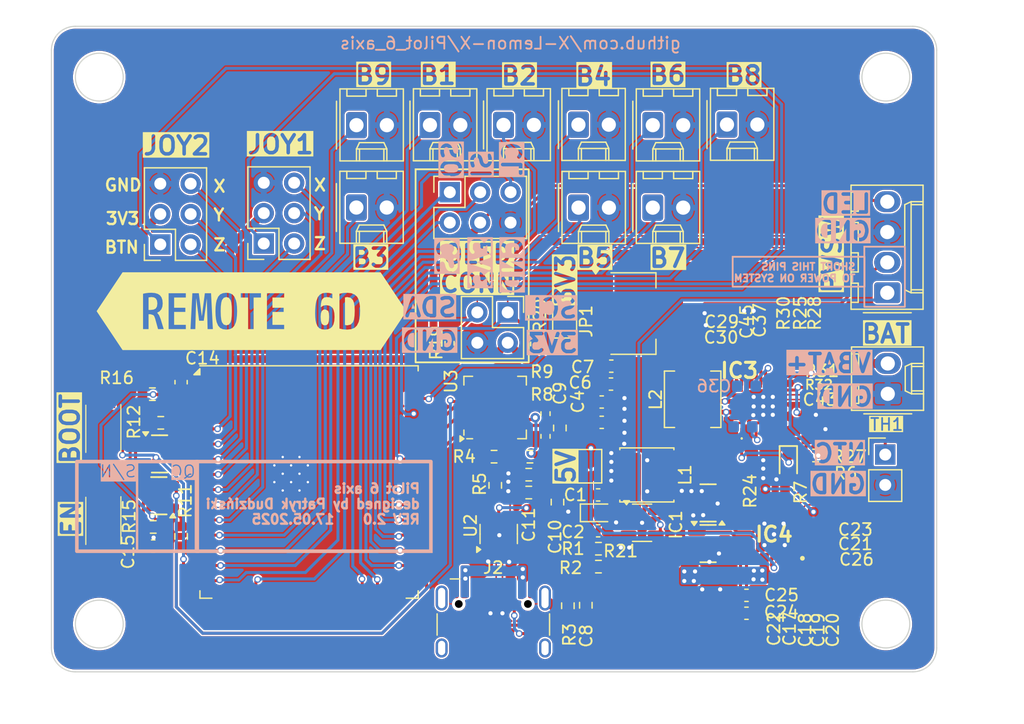
<source format=kicad_pcb>
(kicad_pcb (version 20241229) (generator "pcbnew") (generator_version "9.0")
  (layers (0 "F.Cu" signal) (2 "B.Cu" signal) (13 "F.Paste" user) (15 "B.Paste" user) (5 "F.SilkS" user "F.Silkscreen") (7 "B.SilkS" user "B.Silkscreen") (1 "F.Mask" user) (3 "B.Mask" user) (25 "Edge.Cuts" user))
  (net 0 "")
  (net 1 "+3.3V")
  (net 2 "/USB/3.3V_USB")
  (net 3 "/MCU/EN")
  (net 4 "/MCU/TXD")
  (net 5 "/MCU/JOYSTICK1_Y")
  (net 6 "/MCU/JOYSTICK2_X")
  (net 7 "/MCU/IO0")
  (net 8 "GND")
  (net 9 "+5V")
  (net 10 "/MCU/JOYSTICK1_Z")
  (net 11 "/MCU/JOYSTICK1_X")
  (net 12 "/MCU/JOYSTICK2_BTN")
  (net 13 "Net-(Q1-B)")
  (net 14 "/MCU/RXD")
  (net 15 "/MCU/JOYSTICK1_BTN")
  (net 16 "/MCU/SCL")
  (net 17 "/MCU/SDA")
  (net 18 "/MCU/JOYSTICK2_Y")
  (net 19 "/MCU/JOYSTICK2_Z")
  (net 20 "/USB/RTS")
  (net 21 "/USB/DTR")
  (net 22 "Net-(IC1-FB)")
  (net 23 "Net-(J2-SHIELD)")
  (net 24 "Net-(R13-Pad1)")
  (net 25 "Net-(R26-Pad1)")
  (net 26 "/Power/BOOST_SW")
  (net 29 "Net-(U3-VBUS)")
  (net 30 "Net-(U3-~{RST})")
  (net 48 "/MCU/BTN5")
  (net 49 "/MCU/BTN3")
  (net 51 "/MCU/BTN6")
  (net 52 "/MCU/BTN9")
  (net 53 "/MCU/BTN8")
  (net 55 "/MCU/MOSI")
  (net 56 "/MCU/BTN1")
  (net 58 "/MCU/BTN2")
  (net 59 "/MCU/BTN7")
  (net 60 "/MCU/CS")
  (net 62 "/MCU/MCLK")
  (net 65 "/MCU/BTN4")
  (net 67 "/MCU/MISO")
  (net 68 "Net-(Q3-B)")
  (net 69 "/PD/VCC_OUT")
  (net 70 "/PD/VBUS")
  (net 71 "/PD/LDO_3V3")
  (net 72 "/PD/LDO_1V5")
  (net 73 "/PD/CC2")
  (net 74 "/PD/CC1")
  (net 75 "/PD/VIN_3V3")
  (net 76 "/PD/CHARGER_VSYS")
  (net 77 "/BAT+")
  (net 78 "/PD/PMID")
  (net 79 "/PD/BTST1")
  (net 80 "/PD/SW1")
  (net 81 "/PD/SW2")
  (net 82 "/PD/BTST2")
  (net 83 "/PD/SDRV_1")
  (net 84 "/PD/REGN")
  (net 85 "Net-(D4-Pad2)")
  (net 86 "/PD/STAT_1")
  (net 87 "/Power/VPOWER_ENABLE")
  (net 88 "/PD/I2CC_SDA")
  (net 89 "/PD/ILIM_HIZ")
  (net 90 "/PD/I2CC_SCL")
  (net 91 "/PD/TS_1")
  (net 94 "Net-(IC3-BATP)")
  (net 95 "/PD/PROG")
  (net 99 "/PD/GATE_VBUS")
  (net 101 "/PD/GATE_VSYS")
  (net 104 "Net-(Q2-D)")
  (net 105 "/Power/+5V_UNPROTEC")
  (net 106 "/Power/+3V3_UNPROTEC")
  (net 107 "/USB/D-")
  (net 108 "/USB/D+")
  (net 109 "/USB/USB_CONN_D-")
  (net 110 "/USB/USB_CONN_D+")
  (net 111 "Net-(J15-Pin_4)")
  (footprint "Resistor_SMD:R_0603_1608Metric" (layer "F.Cu") (at 123.5 102.4)
    (property "Reference" "R16")
    (property "Value" "13.3k")
  )
  (footprint "Resistor_SMD:R_0603_1608Metric" (layer "F.Cu") (at 178.9362 107.5308)
    (property "Reference" "R27")
    (property "Value" "127k")
  )
  (footprint "PCM_JLCPCB:C_0603" (layer "F.Cu") (at 177.8612 118.6108 -90)
    (property "Reference" "C18")
    (property "Value" "100nF")
  )
  (footprint "Resistor_SMD:R_0603_1608Metric" (layer "F.Cu") (at 157.5612 105.2308 90)
    (property "Reference" "C9")
    (property "Value" "4.7u")
  )
  (footprint "Resistor_SMD:R_0603_1608Metric" (layer "F.Cu") (at 160.7862 116.8308)
    (property "Reference" "R2")
    (property "Value" "13.3k")
  )
  (footprint "Resistor_SMD:R_0402_1005Metric" (layer "F.Cu") (at 156.3612 104.0308 -90)
    (property "Reference" "R9")
    (property "Value" "43k")
  )
  (footprint "Connector_PinSocket_2.54mm:PinSocket_2x03_P2.54mm_Vertical" (layer "F.Cu") (at 124.16 89.88 180)
    (property "Reference" "J3" (hide yes))
    (property "Value" "Conn_02x03_Odd_Even")
  )
  (footprint "Capacitor_SMD:C_0603_1608Metric" (layer "F.Cu") (at 161.83438 101.5588)
    (property "Reference" "C6")
    (property "Value" "1nF")
  )
  (footprint "Resistor_SMD:R_0603_1608Metric" (layer "F.Cu") (at 159.7312 120.0608 90)
    (property "Reference" "C8")
    (property "Value" "10nF")
  )
  (footprint "PCM_JLCPCB:C_0603" (layer "F.Cu") (at 179.4812 116.1308)
    (property "Reference" "C26")
    (property "Value" "100nF")
  )
  (footprint "Resistor_SMD:R_0603_1608Metric" (layer "F.Cu") (at 152.1612 110.0308 90)
    (property "Reference" "R5")
    (property "Value" "22R")
  )
  (footprint "Connector_USB:USB_C_Receptacle_HCTL_HC-TYPE-C-16P-01A" (layer "F.Cu") (at 152 122.56)
    (property "Reference" "J2")
    (property "Value" "USB_C_Receptacle_USB2.0_16P")
  )
  (footprint "PCM_JLCPCB:R_0603" (layer "F.Cu") (at 177.5612 98.3508 90)
    (property "Reference" "R25")
    (property "Value" "100Ω")
  )
  (footprint "PCM_JLCPCB:Q_SOT-23" (layer "F.Cu") (at 124.039999 110.9 180)
    (property "Reference" "Q3" (hide yes))
    (property "Value" "S9014")
  )
  (footprint "PCM_JLCPCB:C_0603" (layer "F.Cu") (at 179.0612 118.6308 -90)
    (property "Reference" "C19")
    (property "Value" "100nF")
  )
  (footprint "PCM_JLCPCB:C_0603" (layer "F.Cu") (at 176.6612 118.6308 -90)
    (property "Reference" "C17")
    (property "Value" "4.7uF")
  )
  (footprint "Resistor_SMD:R_0603_1608Metric" (layer "F.Cu") (at 124.2 104.8 180)
    (property "Reference" "R12")
    (property "Value" "13.3k")
  )
  (footprint "Resistor_SMD:R_0603_1608Metric" (layer "F.Cu") (at 123.57 113.51)
    (property "Reference" "R15")
    (property "Value" "13.3k")
  )
  (footprint "Capacitor_SMD:C_0603_1608Metric" (layer "F.Cu") (at 161.05938 104.7588)
    (property "Reference" "C5" (hide yes))
    (property "Value" "1nF")
  )
  (footprint "Capacitor_SMD:C_0603_1608Metric" (layer "F.Cu") (at 160.7612 110.8308)
    (property "Reference" "C1")
    (property "Value" "4.7uF")
  )
  (footprint "Capacitor_SMD:C_0603_1608Metric" (layer "F.Cu") (at 123.57 115.105001)
    (property "Reference" "C15")
    (property "Value" "1nF")
  )
  (footprint "Resistor_SMD:R_0603_1608Metric" (layer "F.Cu") (at 125.9 114.3 90)
    (property "Reference" "R11")
    (property "Value" "13.3k")
  )
  (footprint "Resistor_SMD:R_0402_1005Metric" (layer "F.Cu") (at 155.5012 98.2008 -90)
    (property "Reference" "R20")
    (property "Value" "4k7")
  )
  (footprint "PCM_JLCPCB:C_0603" (layer "F.Cu") (at 164.81438 101.3588 180)
    (property "Reference" "C44" (hide yes))
    (property "Value" "100nF")
  )
  (footprint "Diode_SMD:D_0603_1608Metric" (layer "F.Cu") (at 160.7612 112.3308)
    (property "Reference" "D1" (hide yes))
    (property "Value" "MBR0520")
  )
  (footprint "PCM_JLCPCB:D_0603" (layer "F.Cu") (at 176.6612 108.2308 -90)
    (property "Reference" "D4" (hide yes))
    (property "Value" "Red")
  )
  (footprint "Resistor_SMD:R_0603_1608Metric" (layer "F.Cu") (at 160.7862 115.3308)
    (property "Reference" "R1")
    (property "Value" "40.5k")
  )
  (footprint "PCM_JLCPCB:R_0603" (layer "F.Cu") (at 180.0512 86.2008)
    (property "Reference" "R22" (hide yes))
    (property "Value" "1kΩ")
  )
  (footprint "parts:QFN40P400X400X100-33N-D" (layer "F.Cu") (at 175.4612 114.1308 180)
    (property "Reference" "IC4")
    (property "Value" "TPS25751SRSMR" (hide yes))
  )
  (footprint "PCM_JLCPCB:R_0603" (layer "F.Cu") (at 165.1612 115.5308 180)
    (property "Reference" "R21")
    (property "Value" "10kΩ")
  )
  (footprint "PCM_JLCPCB:C_0603" (layer "F.Cu") (at 173.8612 97.6308 180)
    (property "Reference" "C30")
    (property "Value" "10uF")
  )
  (footprint "Connector_Molex:Molex_KK-254_AE-6410-02A_1x02_P2.54mm_Vertical" (layer "F.Cu") (at 152.8512 79.8808)
    (property "Reference" "J7" (hide yes))
    (property "Value" "BTN2")
  )
  (footprint "Package_TO_SOT_SMD:SOT-23-5" (layer "F.Cu") (at 164.43438 113.1588)
    (property "Reference" "IC1")
    (property "Value" "LM27313XMFX_NOPB")
  )
  (footprint "Capacitor_SMD:C_0603_1608Metric" (layer "F.Cu") (at 125.9 101.4 -90)
    (property "Reference" "C14")
    (property "Value" "1nF")
  )
  (footprint "Capacitor_SMD:C_0603_1608Metric" (layer "F.Cu") (at 161.05938 103.0588)
    (property "Reference" "C4")
    (property "Value" "100nF")
  )
  (footprint "Connector_Molex:Molex_KK-254_AE-6410-02A_1x02_P2.54mm_Vertical" (layer "F.Cu") (at 159.119999 86.800002)
    (property "Reference" "J10" (hide yes))
    (property "Value" "BTN5")
  )
  (footprint "PCM_JLCPCB:C_0603" (layer "F.Cu") (at 174.4612 108.6308)
    (property "Reference" "C28" (hide yes))
    (property "Value" "100nF")
  )
  (footprint "Connector_Molex:Molex_KK-254_AE-6410-04A_1x04_P2.54mm_Vertical" (layer "F.Cu") (at 184.9312 93.9208 90)
    (property "Reference" "J15" (hide yes))
    (property "Value" "Power switch")
  )
  (footprint "PCM_JLCPCB:R_0603" (layer "F.Cu") (at 178.9612 108.9308)
    (property "Reference" "R6")
    (property "Value" "1kΩ")
  )
  (footprint "parts:TS1088R02026" (layer "F.Cu") (at 119.4 112.974999 -90)
    (property "Reference" "SW1" (hide yes))
    (property "Value" "SW_Push" (hide yes))
  )
  (footprint "PCM_JLCPCB:C_0603" (layer "F.Cu") (at 179.4812 113.7308)
    (property "Reference" "C23")
    (property "Value" "10uF")
  )
  (footprint "Jumper:SolderJumper-2_P1.3mm_Open_TrianglePad1.0x1.5mm" (layer "F.Cu") (at 157.9612 96.3058 -90)
    (property "Reference" "JP1")
    (property "Value" "SolderJumper_2_Bridged")
  )
  (footprint "PCM_JLCPCB:C_0603" (layer "F.Cu") (at 173.8612 96.4308 180)
    (property "Reference" "C29")
    (property "Value" "10uF")
  )
  (footprint "PCM_JLCPCB:R_0603" (layer "F.Cu") (at 178.7612 98.3508 90)
    (property "Reference" "R28")
    (property "Value" "100kΩ")
  )
  (footprint "Jumper:SolderJumper-2_P1.3mm_Open_TrianglePad1.0x1.5mm" (layer "F.Cu") (at 160.0612 108.4308 -90)
    (property "Reference" "JP300" (hide yes))
    (property "Value" "SolderJumper_2_Bridged")
  )
  (footprint "PCM_JLCPCB:R_0603" (layer "F.Cu") (at 175.5612 110.3308)
    (property "Reference" "R24")
    (property "Value" "4.7kΩ")
  )
  (footprint "Connector_Molex:Molex_KK-254_AE-6410-02A_1x02_P2.54mm_Vertical" (layer "F.Cu") (at 140.56 79.9)
    (property "Reference" "J14" (hide yes))
    (property "Value" "BTN9")
  )
  (footprint "Connector_Molex:Molex_KK-254_AE-6410-02A_1x02_P2.54mm_Vertical" (layer "F.Cu") (at 146.7012 79.8908)
    (property "Reference" "J6" (hide yes))
    (property "Value" "BTN1")
  )
  (footprint "PCM_JLCPCB:C_0603" (layer "F.Cu") (at 167.9612 108.1308 -90)
    (property "Reference" "C32" (hide yes))
    (property "Value" "10uF")
  )
  (footprint "PCM_JLCPCB:C_0603" (layer "F.Cu") (at 164.81438 106.1588 180)
    (property "Reference" "C39" (hide yes))
    (property "Value" "10uF")
  )
  (footprint "PCM_JLCPCB:C_0603" (layer "F.Cu") (at 164.81438 102.5588 180)
    (property "Reference" "C42" (hide yes))
    (property "Value" "10uF")
  )
  (footprint "PCM_JLCPCB:R_0402" (layer "F.Cu") (at 178.4862 105.1308)
    (property "Reference" "R32")
    (property "Value" "5.1kΩ" (hide yes))
  )
  (footprint "PCM_JLCPCB:R_0603" (layer "F.Cu") (at 178.7612 111.4308 90)
    (property "Reference" "R7")
    (property "Value" "4.7kΩ")
  )
  (footprint "PCM_JLCPCB:C_0603" (layer "F.Cu") (at 178.9862 106.1308)
    (property "Reference" "C43")
    (property "Value" "4.7uF")
  )
  (footprint "PCM_JLCPCB:Q_SOT-23" (layer "F.Cu") (at 124.1 107.4)
    (property "Reference" "Q1" (hide yes))
    (property "Value" "S9014")
  )
  (footprint "Resistor_SMD:R_0402_1005Metric" (layer "F.Cu") (at 156.3612 105.9308 -90)
    (property "Reference" "R8")
    (property "Value" "22k")
  )
  (footprint "Connector_PinSocket_2.54mm:PinSocket_2x03_P2.54mm_Vertical" (layer "F.Cu") (at 132.81 89.8 180)
    (property "Reference" "J19" (hide yes))
    (property "Value" "Conn_02x03_Odd_Even")
  )
  (footprint "Capacitor_SMD:C_0603_1608Metric" (layer "F.Cu") (at 161.85938 100.0588)
    (property "Reference" "C7")
    (property "Value" "100nF")
  )
  (footprint "PCM_JLCPCB:C_0603" (layer "F.Cu") (at 164.81438 100.1588 180)
    (property "Reference" "C38" (hide yes))
    (property "Value" "10uF")
  )
  (footprint "PCM_JLCPCB:C_0603" (layer "F.Cu") (at 174.4612 107.4308)
    (property "Reference" "C27" (hide yes))
    (property "Value" "100nF")
  )
  (footprint "PCM_JLCPCB:R_0603" (layer "F.Cu") (at 178.8862 104.1308)
    (property "Reference" "R31")
    (property "Value" "30kΩ")
  )
  (footprint "Resistor_SMD:R_0603_1608Metric" (layer "F.Cu") (at 152.0612 107.6308)
    (property "Reference" "R4")
    (property "Value" "22R")
  )
  (footprint "PCM_JLCPCB:C_0603" (layer "F.Cu") (at 171.8612 108.1308 -90)
    (property "Reference" "C33" (hide yes))
    (property "Value" "100nF")
  )
  (footprint "Connector_Molex:Molex_KK-254_AE-6410-02A_1x02_P2.54mm_Vertical" (layer "F.Cu") (at 165.329998 86.800001)
    (property "Reference" "J12" (hide yes))
    (property "Value" "BTN7")
  )
  (footprint "Connector_Molex:Molex_KK-254_AE-6410-02A_1x02_P2.54mm_Vertical" (layer "F.Cu") (at 171.529999 79.8508)
    (property "Reference" "J13" (hide yes))
    (property "Value" "BTN8")
  )
  (footprint "Connector_PinHeader_2.54mm:PinHeader_1x02_P2.54mm_Vertical" (layer "F.Cu") (at 184.7612 107.4558)
    (property "Reference" "TH1")
    (property "Value" "10k")
  )
  (footprint "Connector_PinSocket_2.54mm:PinSocket_2x02_P2.54mm_Vertical" (layer "F.Cu") (at 153.2 95.56)
    (property "Reference" "J5" (hide yes))
    (property "Value" "Oled")
  )
  (footprint "parts:BQ25792RQMR" (layer "F.Cu") (at 174.3612 103.4558 90)
    (property "Reference" "IC3")
    (property "Value" "BQ25792RQMR" (hide yes))
  )
  (footprint "Package_TO_SOT_SMD:SOT-23-6" (layer "F.Cu") (at 152.450001 114.1 90)
    (property "Reference" "U2")
    (property "Value" "USBLC6-2SC6")
  )
  (footprint "PCM_JLCPCB:C_0603" (layer "F.Cu") (at 164.81438 103.7588 180)
    (property "Reference" "C41" (hide yes))
    (property "Value" "10uF")
  )
  (footprint "PCM_JLCPCB:Q_SOT-23" (layer "F.Cu") (at 169.9512 111.5008 180)
    (property "Reference" "Q4" (hide yes))
    (property "Value" "AO3400A")
  )
  (footprint "Package_DFN_QFN:QFN-28-1EP_5x5mm_P0.5mm_EP3.35x3.35mm" (layer "F.Cu") (at 152.150001 103.520001 90)
    (property "Reference" "U3")
    (property "Value" "CP2102N-Axx-xQFN28")
  )
  (footprint "PCM_JLCPCB:R_0603" (layer "F.Cu") (at 123.5612 116.6308)
    (property "Reference" "R13" (hide yes))
    (property "Value" "22Ω")
  )
  (footprint "Inductor_SMD:L_Cenker_CKCS4018" (layer "F.Cu") (at 164.83438 109.1588)
    (property "Reference" "L1")
    (property "Value" "10uH")
  )
  (footprint "PCM_JLCPCB:C_0603" (layer "F.Cu") (at 164.81438 104.9588 180)
    (property "Reference" "C40" (hide yes))
    (property "Value" "10uF")
  )
  (footprint "parts:TS1088R02026" (layer "F.Cu") (at 119.4 105.274998 90)
    (property "Reference" "SW2" (hide yes))
    (property "Value" "SW_Push" (hide yes))
  )
  (footprint "PCM_JLCPCB:C_0603" (layer "F.Cu") (at 180.2612 118.6308 -90)
    (property "Reference" "C20")
    (property "Value" "100nF")
  )
  (footprint "Inductor_SMD:L_APV_APH0420" (layer "F.Cu") (at 168.6612 102.8308 90)
    (property "Reference" "L2")
    (property "Value" "1u")
  )
  (footprint "RF_Module:ESP32-WROOM-32U" (layer "F.Cu") (at 136.595 109.75)
    (property "Reference" "U4" (hide yes))
    (property "Value" "ESP32-WROOM-32U")
  )
  (footprint "PCM_JLCPCB:C_0603" (layer "F.Cu") (at 179.4812 114.9308)
    (property "Reference" "C21")
    (property "Value" "10uF")
  )
  (footprint "Resistor_SMD:R_0402_1005Metric" (layer "F.Cu") (at 148.3412 98.1508 -90)
    (property "Reference" "R19")
    (property "Value" "4k7")
  )
  (footprint "PCM_JLCPCB:C_0603" (layer "F.Cu") (at 169.2612 108.1308 -90)
    (property "Reference" "C31" (hide yes))
    (property "Value" "10uF")
  )
  (footprint "Connector_Molex:Molex_KK-254_AE-6410-02A_1x02_P2.54mm_Vertical" (layer "F.Cu") (at 184.9712 102.3758 90)
    (property "Reference" "J1" (hide yes))
    (property "Value" "Battery input")
  )
  (footprint "kibuzzard-6828A41A" (layer "F.Cu") (at 131.7912 95.4608)
    (property "Reference" "kibuzzard-6828A41A" (hide yes))
    (property "Value" "G***" (hide yes))
  )
  (footprint "Connector_PinSocket_2.54mm:PinSocket_2x03_P2.54mm_Vertical" (layer "F.Cu") (at 148.3612 85.5108 90)
    (property "Reference" "J16" (hide yes))
    (property "Value" "Oled")
  )
  (footprint "PCM_JLCPCB:R_0603" (layer "F.Cu") (at 123.3612 101.0308)
    (property "Reference" "R26" (hide yes))
    (property "Value" "22Ω")
  )
  (footprint "Connector_Molex:Molex_KK-254_AE-6410-02A_1x02_P2.54mm_Vertical" (layer "F.Cu") (at 159.1112 79.8608)
    (property "Reference" "J9" (hide yes))
    (property "Value" "BTN4")
  )
  (footprint "Connector_Molex:Molex_KK-254_AE-6410-02A_1x02_P2.54mm_Vertical" (layer "F.Cu") (at 165.329999 79.900002)
    (property "Reference" "J11" (hide yes))
    (property "Value" "BTN6")
  )
  (footprint "PCM_JLCPCB:C_0603" (layer "F.Cu") (at 170.5612 108.1308 -90)
    (property "Reference" "C34" (hide yes))
    (property "Value" "10uF")
  )
  (footprint "PCM_JLCPCB:R_0603" (layer "F.Cu") (at 176.2612 98.3308 90)
    (property "Reference" "R30")
    (property "Value" "3kΩ")
  )
  (footprint "Resistor_SMD:R_0603_1608Metric" (layer "F.Cu") (at 154.9612 109.135799 180)
    (property "Reference" "C12" (hide yes))
    (property "Value" "10u")
  )
  (footprint "PCM_JLCPCB:C_0603" (layer "F.Cu") (at 161.03438 106.1588)
    (property "Reference" "C16" (hide yes))
    (property "Value" "10uF")
  )
  (footprint "Package_TO_SOT_SMD:SOT-223-3_TabPin2" (layer "F.Cu") (at 163.68438 95.6588)
    (property "Reference" "U1" (hide yes))
    (property "Value" "AMS1117-3.3")
  )
  (footprint "Resistor_SMD:R_0603_1608Metric" (layer "F.Cu") (at 158.2312 120.1008 90)
    (property "Reference" "R3")
    (property "Value" "33k")
  )
  (footprint "PCM_JLCPCB:C_0603" (layer "F.Cu") (at 175.4612 118.6308 -90)
    (property "Reference" "C22")
    (property "Value" "10uF")
  )
  (footprint "PCM_JLCPCB:Q_SOT-23" (layer "F.Cu") (at 169.9512 114.9008)
    (property "Reference" "Q2" (hide yes))
    (property "Value" "AO3400A")
  )
  (footprint "Capacitor_SMD:C_0603_1608Metric" (layer "F.Cu") (at 173.1612 120.7308 180)
    (property "Reference" "C24")
    (property "Value" "220pF")
  )
  (footprint "Resistor_SMD:R_0603_1608Metric" (layer "F.Cu") (at 157.3612 111.4308 -90)
    (property "Reference" "C10")
    (property "Value" "100n")
  )
  (footprint "Resistor_SMD:R_0603_1608Metric" (layer "F.Cu") (at 155.0612 107.6308)
    (property "Reference" "R10" (hide yes))
    (property "Value" "1k")
  )
  (footprint "Capacitor_SMD:C_0603_1608Metric" (layer "F.Cu") (at 173.1612 119.2308 180)
    (property "Reference" "C25")
    (property "Value" "220pF")
  )
  (footprint "Connector_Molex:Molex_KK-254_AE-6410-02A_1x02_P2.54mm_Vertical" (layer "F.Cu") (at 140.5512 86.7908)
    (property "Reference" "J8" (hide yes))
    (property "Value" "BTN3")
  )
  (footprint "PCM_JLCPCB:C_0603" (layer "F.Cu") (at 170.5612 96.4308 90)
    (property "Reference" "C45")
    (property "Value" "1nF")
  )
  (footprint "Capacitor_SMD:C_0603_1608Metric" (layer "F.Cu") (at 160.7612 113.8308 180)
    (property "Reference" "C2")
    (property "Value" "220pF")
  )
  (footprint "Resistor_SMD:R_0603_1608Metric" (layer "F.Cu") (at 154.9612 110.6308 180)
    (property "Reference" "C11")
    (property "Value" "100n")
  )
  (footprint "PCM_JLCPCB:C_0603" (layer "F.Cu") (at 171.7612 96.4308 90)
    (property "Reference" "C37")
    (property "Value" "1nF")
  )
  (footprint "PCM_JLCPCB:C_0603" (layer "B.Cu") (at 173.1612 101.7308 180)
    (property "Reference" "C36")
    (property "Value" "47nF")
  )
  (footprint "PCM_JLCPCB:C_0603" (layer "B.Cu") (at 172.8612 105.1308)
    (property "Reference" "C35" (hide yes))
    (property "Value" "47nF")
  )
  (gr_rect (start 145.5012 83.5908) (end 154.9612 99.7408) (stroke (width 0.15)) (fill no) (layer "F.SilkS"))
  (gr_rect (start 183.0112 90.0658) (end 186.4012 95.0958) (stroke (width 0.15)) (fill no) (layer "B.SilkS"))
  (gr_line (start 122.2187 108.0408) (end 122.218699 115.540799) (stroke (width 0.2)) (layer "B.SilkS"))
  (gr_poly (pts (xy 127.251201 108.040799) (xy 127.2512 115.540799) (xy 117.186199 115.5408) (xy 117.1862 108.0408)) (stroke (width 0.3)) (fill no) (layer "B.SilkS"))
  (gr_rect (start 172.0062 90.9108) (end 183.0262 93.4108) (stroke (width 0.15)) (fill no) (layer "B.SilkS"))
  (gr_poly (pts (xy 146.780791 108.040799) (xy 146.780791 115.540799) (xy 127.1862 115.5408) (xy 127.1862 108.0408)) (stroke (width 0.3)) (fill no) (layer "B.SilkS"))
  (gr_line (start 187.0612 71.6308) (end 117.0612 71.6308) (stroke (width 0.1)) (layer "Edge.Cuts"))
  (gr_line (start 189.0612 73.6308) (end 189.0612 123.630759) (stroke (width 0.1)) (layer "Edge.Cuts"))
  (gr_arc (start 117.0612 125.6308) (mid 115.646986 125.045014) (end 115.0612 123.6308) (stroke (width 0.1)) (layer "Edge.Cuts"))
  (gr_arc (start 187.0612 71.6308) (mid 188.475414 72.216586) (end 189.0612 73.6308) (stroke (width 0.1)) (layer "Edge.Cuts"))
  (gr_arc (start 115.0612 73.6308) (mid 115.646986 72.216586) (end 117.0612 71.6308) (stroke (width 0.1)) (layer "Edge.Cuts"))
  (gr_circle (center 119.0612 75.8808) (end 121.0612 75.8808) (stroke (width 0.1)) (fill no) (layer "Edge.Cuts"))
  (gr_arc (start 189.0612 123.630759) (mid 188.475428 125.044999) (end 187.0612 125.6308) (stroke (width 0.1)) (layer "Edge.Cuts"))
  (gr_circle (center 184.8112 121.6308) (end 186.8112 121.6308) (stroke (width 0.1)) (fill no) (layer "Edge.Cuts"))
  (gr_line (start 187.0612 125.6308) (end 117.0612 125.6308) (stroke (width 0.1)) (layer "Edge.Cuts"))
  (gr_circle (center 119.0612 121.6308) (end 121.0612 121.6308) (stroke (width 0.1)) (fill no) (layer "Edge.Cuts"))
  (gr_circle (center 184.8112 75.8808) (end 186.8112 75.8808) (stroke (width 0.1)) (fill no) (layer "Edge.Cuts"))
  (gr_line (start 115.0612 73.6308) (end 115.0612 123.6308) (stroke (width 0.1)) (layer "Edge.Cuts"))
  (gr_text "B9\n" (at 140.3 76.6 0) (layer "F.SilkS" knockout) (effects (font (size 1.5 1.5) (thickness 0.3) (bold yes)) (justify left bottom)))
  (gr_text "B4\n" (at 158.7 76.7 0) (layer "F.SilkS" knockout) (effects (font (size 1.5 1.5) (thickness 0.3) (bold yes)) (justify left bottom)))
  (gr_text "BAT" (at 182.6612 98.2308 0) (layer "F.SilkS" knockout) (effects (font (size 1.5 1.5) (thickness 0.3) (bold yes)) (justify left bottom)))
  (gr_text "B2\n" (at 152.4912 76.6508 0) (layer "F.SilkS" knockout) (effects (font (size 1.5 1.5) (thickness 0.3) (bold yes)) (justify left bottom)))
  (gr_text "5V" (at 158.9512 110.0508 90) (layer "F.SilkS" knockout) (effects (font (size 1.5 1.5) (thickness 0.3) (bold yes)) (justify left bottom)))
  (gr_text "JOY2" (at 122.6 82.5 0) (layer "F.SilkS" knockout) (effects (font (size 1.5 1.5) (thickness 0.3) (bold yes)) (justify left bottom)))
  (gr_text "GND" (at 119.4 85.5 0) (layer "F.SilkS") (effects (font (size 1 1) (thickness 0.2) (bold yes)) (justify left bottom)))
  (gr_text "BTN" (at 119.4 90.7 0) (layer "F.SilkS") (effects (font (size 1 1) (thickness 0.2) (bold yes)) (justify left bottom)))
  (gr_text "B5\n" (at 158.8 91.9 0) (layer "F.SilkS" knockout) (effects (font (size 1.5 1.5) (thickness 0.3) (bold yes)) (justify left bottom)))
  (gr_text "B6\n" (at 164.9 76.6 0) (layer "F.SilkS" knockout) (effects (font (size 1.5 1.5) (thickness 0.3) (bold yes)) (justify left bottom)))
  (gr_text "B3" (at 140.0612 91.8808 0) (layer "F.SilkS" knockout) (effects (font (size 1.5 1.5) (thickness 0.3) (bold yes)) (justify left bottom)))
  (gr_text "JOY1" (at 131.3 82.4 0) (layer "F.SilkS" knockout) (effects (font (size 1.5 1.5) (thickness 0.3) (bold yes)) (justify left bottom)))
  (gr_text "Y" (at 128.5 88 0) (layer "F.SilkS") (effects (font (size 1 1) (thickness 0.2) (bold yes)) (justify left bottom)))
  (gr_text "OLED\nCONN" (at 150.6812 94.0008 0) (layer "F.SilkS" knockout) (effects (font (size 1.5 1.5) (thickness 0.3) (bold yes)) (justify bottom)))
  (gr_text "Z" (at 128.5 90.5 0) (layer "F.SilkS") (effects (font (size 1 1) (thickness 0.2) (bold yes)) (justify left bottom)))
  (gr_text "B8" (at 171.2612 76.6308 0) (layer "F.SilkS" knockout) (effects (font (size 1.5 1.5) (thickness 0.3) (bold yes)) (justify left bottom)))
  (gr_text "X" (at 136.9 85.5 0) (layer "F.SilkS") (effects (font (size 1 1) (thickness 0.2) (bold yes)) (justify left bottom)))
  (gr_text "X" (at 128.5 85.6 0) (layer "F.SilkS") (effects (font (size 1 1) (thickness 0.2) (bold yes)) (justify left bottom)))
  (gr_text "BOOT" (at 117.5 108.4 90) (layer "F.SilkS" knockout) (effects (font (size 1.5 1.5) (thickness 0.3) (bold yes)) (justify left bottom)))
  (gr_text "3V3" (at 158.9112 95.0808 90) (layer "F.SilkS" knockout) (effects (font (size 1.5 1.5) (thickness 0.3) (bold yes)) (justify left bottom)))
  (gr_text "EN" (at 117.6 114.5 90) (layer "F.SilkS" knockout) (effects (font (size 1.5 1.5) (thickness 0.3) (bold yes)) (justify left bottom)))
  (gr_text "PWSW" (at 181.1912 94.1108 90) (layer "F.SilkS" knockout) (effects (font (size 1.5 1.5) (thickness 0.3) (bold yes)) (justify left bottom)))
  (gr_text "Y" (at 136.9 87.9 0) (layer "F.SilkS") (effects (font (size 1 1) (thickness 0.2) (bold yes)) (justify left bottom)))
  (gr_text "B1" (at 145.7 76.6 0) (layer "F.SilkS" knockout) (effects (font (size 1.5 1.5) (thickness 0.3) (bold yes)) (justify left bottom)))
  (gr_text "B7\n" (at 164.9 91.9 0) (layer "F.SilkS" knockout) (effects (font (size 1.5 1.5) (thickness 0.3) (bold yes)) (justify left bottom)))
  (gr_text "Z" (at 136.9 90.4 0) (layer "F.SilkS") (effects (font (size 1 1) (thickness 0.2) (bold yes)) (justify left bottom)))
  (gr_text "3V3" (at 119.5 88.3 0) (layer "F.SilkS") (effects (font (size 1 1) (thickness 0.2) (bold yes)) (justify left bottom)))
  (gr_text "SHORT THIS PINS\nTO POWER ON SYSTEM" (at 182.3412 93.0608 0) (layer "B.SilkS") (effects (font (size 0.6 0.6)) (justify left bottom mirror)))
  (gr_text "CS" (at 149.0712 89.1808 90) (layer "B.SilkS" knockout) (effects (font (size 1.5 1.5) (thickness 0.3) (bold yes)) (justify left bottom mirror)))
  (gr_text "SI" (at 151.9212 81.9508 90) (layer "B.SilkS" knockout) (effects (font (size 1.5 1.5) (thickness 0.3) (bold yes)) (justify left bottom mirror)))
  (gr_text "SDA" (at 149.0612 96.0308 -0) (layer "B.SilkS" knockout) (effects (font (size 1.5 1.5) (thickness 0.3) (bold yes)) (justify left bottom mirror)))
  (gr_text "3V3" (at 159.1612 99.0308 -0) (layer "B.SilkS" knockout) (effects (font (size 1.5 1.5) (thickness 0.3) (bold yes)) (justify left bottom mirror)))
  (gr_text "3V3" (at 149.9412 93.6408 270) (layer "B.SilkS" knockout) (effects (font (size 1.5 1.5) (thickness 0.3) (bold yes)) (justify left bottom mirror)))
  (gr_text "Pilot 6 axis\ndesigned by Patryk Dudziński\nREV 2.0    17.05.2025" (at 145.968699 113.340799 0) (layer "B.SilkS") (effects (font (size 0.8 0.8) (thickness 0.2) (bold yes)) (justify left bottom mirror)))
  (gr_text "SO" (at 149.4212 81.1008 90) (layer "B.SilkS" knockout) (effects (font (size 1.5 1.5) (thickness 0.3) (bold yes)) (justify left bottom mirror)))
  (gr_text "SCL" (at 159.1612 96.1308 -0) (layer "B.SilkS" knockout) (effects (font (size 1.5 1.5) (thickness 0.3) (bold yes)) (justify left bottom mirror)))
  (gr_text "LED" (at 183.7312 87.3608 0) (layer "B.SilkS" knockout) (effects (font (size 1.5 1.5) (thickness 0.3) (bold yes)) (justify left bottom mirror)))
  (gr_text "GND" (at 183.7012 89.6708 -0) (layer "B.SilkS" knockout) (effects (font (size 1.5 1.5) (thickness 0.3) (bold yes)) (justify left bottom mirror)))
  (gr_text "S/N" (at 122.218699 109.440798 -0) (layer "B.SilkS" knockout) (effects (font (size 1 1) (thickness 0.1)) (justify left bottom mirror)))
  (gr_text "QC" (at 127.168699 109.460799 -0) (layer "B.SilkS" knockout) (effects (font (size 1 1) (thickness 0.1)) (justify left bottom mirror)))
  (gr_text "GND" (at 154.5212 89.1008 90) (layer "B.SilkS" knockout) (effects (font (size 1.5 1.5) (thickness 0.3) (bold yes)) (justify left bottom mirror)))
  (gr_text "VBAT+" (at 183.7212 100.7008 0) (layer "B.SilkS" knockout) (effects (font (size 1.5 1.5) (thickness 0.3) (bold yes)) (justify left bottom mirror)))
  (gr_text "github.com/X-Lemon-X/Pilot_6_axis" (at 167.7612 73.6308 0) (layer "B.SilkS") (effects (font (size 1 1)) (justify left bottom mirror)))
  (gr_text "NTC" (at 183.3112 108.2408 0) (layer "B.SilkS" knockout) (effects (font (size 1.5 1.5) (thickness 0.3) (bold yes)) (justify left bottom mirror)))
  (gr_text "GND" (at 183.8812 103.5208 0) (layer "B.SilkS" knockout) (effects (font (size 1.5 1.5) (thickness 0.3) (bold yes)) (justify left bottom mirror)))
  (gr_text "GND" (at 149.1612 98.8308 -0) (layer "B.SilkS" knockout) (effects (font (size 1.5 1.5) (thickness 0.3) (bold yes)) (justify left bottom mirror)))
  (gr_text "GND" (at 183.3112 110.8308 0) (layer "B.SilkS" knockout) (effects (font (size 1.5 1.5) (thickness 0.3) (bold yes)) (justify left bottom mirror)))
  (gr_text "CL" (at 154.4812 81.1408 90) (layer "B.SilkS" knockout) (effects (font (size 1.5 1.5) (thickness 0.3) (bold yes)) (justify left bottom mirror)))
  (segment (start 154.8112 86.8608) (end 152.0912 86.8608) (width 0.25) (layer "F.Cu") (net 1))
  (segment (start 148.3512 99.475) (end 147.5012 99.475) (width 0.65) (layer "F.Cu") (net 1))
  (segment (start 147.0012 92.1808) (end 150.9012 88.2808) (width 0.65) (layer "F.Cu") (net 1))
  (segment (start 153.2 98.1) (end 151.825 99.475) (width 0.65) (layer "F.Cu") (net 1))
  (segment (start 129.5 99.475) (end 130.0212 98.9538) (width 0.65) (layer "F.Cu") (net 1))
  (segment (start 130.0212 98.9538) (end 130.0212 90.0488) (width 0.65) (layer "F.Cu") (net 1))
  (segment (start 122.785 88.715) (end 124.16 87.34) (width 0.65) (layer "F.Cu") (net 1))
  (segment (start 129.2 99.7) (end 129.05 99.55) (width 0.65) (layer "F.Cu") (net 1))
  (segment (start 147.5012 99.475) (end 129.5 99.475) (width 0.65) (layer "F.Cu") (net 1))
  (segment (start 153.2 98.1) (end 154.6408 99.5408) (width 0.65) (layer "F.Cu") (net 1))
  (segment (start 124.395 113.51) (end 124.395 113.495) (width 0.254) (layer "F.Cu") (net 1))
  (segment (start 157.8612 98.6308) (end 157.8612 97.1308) (width 0.65) (layer "F.Cu") (net 1))
  (segment (start 130.0212 90.0488) (end 132.81 87.26) (width 0.65) (layer "F.Cu") (net 1))
  (segment (start 124.395 113.495) (end 123.5 112.6) (width 0.254) (layer "F.Cu") (net 1))
  (segment (start 129.5 99.475) (end 129.125 99.475) (width 0.65) (layer "F.Cu") (net 1))
  (segment (start 179.2312 86.2008) (end 178.0012 84.9708) (width 0.25) (layer "F.Cu") (net 1))
  (segment (start 129.083 102.765) (end 129.2 102.648) (width 0.65) (layer "F.Cu") (net 1))
  (segment (start 148.3412 99.465) (end 148.3512 99.475) (width 0.25) (layer "F.Cu") (net 1))
  (segment (start 147.5012 99.475) (end 147.0012 98.975) (width 0.65) (layer "F.Cu") (net 1))
  (segment (start 127.845 102.765) (end 129.083 102.765) (width 0.65) (layer "F.Cu") (net 1))
  (segment (start 150.9012 88.2808) (end 150.9012 88.0508) (width 0.65) (layer "F.Cu") (net 1))
  (segment (start 148.3412 98.660799) (end 148.3412 99.465) (width 0.25) (layer "F.Cu") (net 1))
  (segment (start 129.05 99.55) (end 122.785 93.285) (width 0.65) (layer "F.Cu") (net 1))
  (segment (start 124.2 102.4) (end 124.325 102.4) (width 0.254) (layer "F.Cu") (net 1))
  (segment (start 178.0012 84.9708) (end 156.7012 84.9708) (width 0.25) (layer "F.Cu") (net 1))
  (segment (start 155.5012 98.710799) (end 155.5012 99.5208) (width 0.25) (layer "F.Cu") (net 1))
  (segment (start 156.9512 99.5408) (end 157.8612 98.6308) (width 0.65) (layer "F.Cu") (net 1))
  (segment (start 156.7012 84.9708) (end 154.8112 86.8608) (width 0.25) (layer "F.Cu") (net 1))
  (segment (start 122.785 93.285) (end 122.785 88.715) (width 0.65) (layer "F.Cu") (net 1))
  (segment (start 123.5612 102.4308) (end 124.1692 102.4308) (width 0.254) (layer "F.Cu") (net 1))
  (segment (start 154.6408 99.5408) (end 156.9512 99.5408) (width 0.65) (layer "F.Cu") (net 1))
  (segment (start 154.6408 99.5408) (end 155.4812 99.5408) (width 0.65) (layer "F.Cu") (net 1))
  (segment (start 127.61 103) (end 127.845 102.765) (width 0.254) (layer "F.Cu") (net 1))
  (segment (start 151.825 99.475) (end 148.3512 99.475) (width 0.65) (layer "F.Cu") (net 1))
  (segment (start 155.5012 99.5208) (end 155.4812 99.5408) (width 0.25) (layer "F.Cu") (net 1))
  (segment (start 147.0012 98.975) (end 147.0012 92.1808) (width 0.65) (layer "F.Cu") (net 1))
  (segment (start 152.0912 86.8608) (end 150.9012 88.0508) (width 0.25) (layer "F.Cu") (net 1))
  (segment (start 124.325 102.4) (end 124.925 103) (width 0.254) (layer "F.Cu") (net 1))
  (segment (start 124.1692 102.4308) (end 124.2 102.4) (width 0.254) (layer "F.Cu") (net 1))
  (segment (start 124.925 103) (end 127.61 103) (width 0.254) (layer "F.Cu") (net 1))
  (segment (start 129.2 102.648) (end 129.2 99.7) (width 0.65) (layer "F.Cu") (net 1))
  (segment (start 129.125 99.475) (end 129.05 99.55) (width 0.65) (layer "F.Cu") (net 1))
  (via (at 123.5 112.6) (size 0.55) (drill 0.35) (layers "F.Cu" "B.Cu") (net 1))
  (via (at 123.5612 102.4308) (size 0.55) (drill 0.35) (layers "F.Cu" "B.Cu") (net 1))
  (segment (start 121.7612 102.4308) (end 119.2 104.992) (width 0.254) (layer "B.Cu") (net 1))
  (segment (start 119.2 104.992) (end 119.2 108.3) (width 0.254) (layer "B.Cu") (net 1))
  (segment (start 119.2 108.3) (end 123.5 112.6) (width 0.254) (layer "B.Cu") (net 1))
  (segment (start 123.5612 102.4308) (end 121.7612 102.4308) (width 0.254) (layer "B.Cu") (net 1))
  (segment (start 155.7862 109.1808) (end 155.7862 110.6308) (width 0.4) (layer "F.Cu") (net 2))
  (segment (start 153.150001 105.970001) (end 153.150001 106.544601) (width 0.25) (layer "F.Cu") (net 2))
  (segment (start 153.150001 106.544601) (end 154.2362 107.6308) (width 0.25) (layer "F.Cu") (net 2))
  (segment (start 154.2362 107.6308) (end 155.7862 109.1808) (width 0.4) (layer "F.Cu") (net 2))
  (segment (start 122.745 111.255) (end 123.1 110.9) (width 0.254) (layer "F.Cu") (net 3))
  (segment (start 122.745 114.9946) (end 122.745 111.255) (width 0.254) (layer "F.Cu") (net 3))
  (segment (start 121.639 104.668115) (end 122.763115 103.544) (width 0.254) (layer "F.Cu") (net 3))
  (segment (start 124.395 118.185001) (end 124.35 118.230001) (width 0.254) (layer "F.Cu") (net 3))
  (segment (start 127.354 103.544) (end 127.845 104.035) (width 0.254) (layer "F.Cu") (net 3))
  (segment (start 124.3812 116.6308) (end 122.745 114.9946) (width 0.254) (layer "F.Cu") (net 3))
  (segment (start 123.1 110.9) (end 121.639 109.439) (width 0.254) (layer "F.Cu") (net 3))
  (segment (start 124.3812 118.198801) (end 124.35 118.230001) (width 0.254) (layer "F.Cu") (net 3))
  (segment (start 122.763115 103.544) (end 127.354 103.544) (width 0.254) (layer "F.Cu") (net 3))
  (segment (start 124.3812 116.6308) (end 124.3812 118.198801) (width 0.254) (layer "F.Cu") (net 3))
  (segment (start 121.639 109.439) (end 121.639 104.668115) (width 0.254) (layer "F.Cu") (net 3))
  (segment (start 145.345 105.305) (end 146.895 105.305) (width 0.254) (layer "F.Cu") (net 4))
  (segment (start 146.895 105.305) (end 148.679999 103.520001) (width 0.254) (layer "F.Cu") (net 4))
  (segment (start 148.679999 103.520001) (end 149.7 103.520001) (width 0.254) (layer "F.Cu") (net 4))
  (segment (start 127.845 110.385) (end 129 110.385) (width 0.254) (layer "F.Cu") (net 5))
  (via (at 129 110.385) (size 0.55) (drill 0.35) (layers "F.Cu" "B.Cu") (net 5))
  (segment (start 136.9 90.6) (end 131.816 95.684) (width 0.254) (layer "B.Cu") (net 5))
  (segment (start 131.816 108.284) (end 129.715 110.385) (width 0.254) (layer "B.Cu") (net 5))
  (segment (start 131.816 95.684) (end 131.816 108.284) (width 0.254) (layer "B.Cu") (net 5))
  (segment (start 136.9 88) (end 136.9 90.6) (width 0.254) (layer "B.Cu") (net 5))
  (segment (start 136.16 87.26) (end 136.9 88) (width 0.254) (layer "B.Cu") (net 5))
  (segment (start 129.715 110.385) (end 129 110.385) (width 0.254) (layer "B.Cu") (net 5))
  (segment (start 135.45 87.26) (end 136.16 87.26) (width 0.254) (layer "B.Cu") (net 5))
  (segment (start 127.845 107.845) (end 129 107.845) (width 0.254) (layer "F.Cu") (net 6))
  (via (at 129 107.845) (size 0.55) (drill 0.35) (layers "F.Cu" "B.Cu") (net 6))
  (segment (start 130.908 106.092) (end 130.908 88.908) (width 0.254) (layer "B.Cu") (net 6))
  (segment (start 130.908 88.908) (end 126.8 84.8) (width 0.254) (layer "B.Cu") (net 6))
  (segment (start 129 107.845) (end 129.155 107.845) (width 0.254) (layer "B.Cu") (net 6))
  (segment (start 129.155 107.845) (end 130.908 106.092) (width 0.254) (layer "B.Cu") (net 6))
  (segment (start 121 104.075) (end 122.675 102.4) (width 0.254) (layer "F.Cu") (net 7))
  (segment (start 123.8 107.71) (end 123.16 108.35) (width 0.254) (layer "F.Cu") (net 7))
  (segment (start 142.154 121.946) (end 128.2 121.946) (width 0.254) (layer "F.Cu") (net 7))
  (segment (start 124.1812 101.0308) (end 124.0442 101.0308) (width 0.25) (layer "F.Cu") (net 7))
  (segment (start 145.345 118.755) (end 142.154 121.946) (width 0.254) (layer "F.Cu") (net 7))
  (segment (start 126.1 116.2) (end 126.102 116.2) (width 0.254) (layer "F.Cu") (net 7))
  (segment (start 124.0442 101.0308) (end 122.675 102.4) (width 0.25) (layer "F.Cu") (net 7))
  (segment (start 121 107.5) (end 121 104.075) (width 0.254) (layer "F.Cu") (net 7))
  (segment (start 125.3254 102.175) (end 124.1812 101.0308) (width 0.25) (layer "F.Cu") (net 7))
  (segment (start 128.2 121.946) (end 126.1 119.846) (width 0.254) (layer "F.Cu") (net 7))
  (segment (start 145.345 118.005) (end 145.345 118.755) (width 0.254) (layer "F.Cu") (net 7))
  (segment (start 126.1 119.846) (end 126.1 116.2) (width 0.254) (layer "F.Cu") (net 7))
  (segment (start 123.8 107.7) (end 123.8 107.71) (width 0.254) (layer "F.Cu") (net 7))
  (segment (start 125.9 102.175) (end 125.3254 102.175) (width 0.25) (layer "F.Cu") (net 7))
  (via (at 121 107.5) (size 0.55) (drill 0.35) (layers "F.Cu" "B.Cu") (net 7))
  (via (at 126.102 116.2) (size 0.55) (drill 0.35) (layers "F.Cu" "B.Cu") (net 7))
  (via (at 123.8 107.7) (size 0.55) (drill 0.35) (layers "F.Cu" "B.Cu") (net 7))
  (segment (start 126.102 109.902) (end 126.102 116.2) (width 0.254) (layer "B.Cu") (net 7))
  (segment (start 123.9 107.7) (end 126.102 109.902) (width 0.254) (layer "B.Cu") (net 7))
  (segment (start 123.8 107.7) (end 123.9 107.7) (width 0.254) (layer "B.Cu") (net 7))
  (segment (start 123.8 107.7) (end 123.6 107.5) (width 0.254) (layer "B.Cu") (net 7))
  (segment (start 123.6 107.5) (end 121 107.5) (width 0.254) (layer "B.Cu") (net 7))
  (segment (start 179.7662 106.1308) (end 179.7662 105.3358) (width 0.25) (layer "F.Cu") (net 8))
  (segment (start 152.450001 115.2375) (end 152.450001 114.249999) (width 0.254) (layer "F.Cu") (net 8))
  (segment (start 158.2362 112.2558) (end 158.2612 112.2308) (width 0.25) (layer "F.Cu") (net 8))
  (segment (start 157.3612 112.2558) (end 158.2362 112.2558) (width 0.25) (layer "F.Cu") (net 8))
  (segment (start 152.450001 114.249999) (end 152.5 114.2) (width 0.254) (layer "F.Cu") (net 8))
  (segment (start 179.7062 104.1308) (end 178.9612 104.1308) (width 0.25) (layer "F.Cu") (net 8))
  (segment (start 179.7662 105.3358) (end 179.7612 105.3308) (width 0.25) (layer "F.Cu") (net 8))
  (via (at 153.25384 109.726639) (size 0.55) (drill 0.35) (layers "F.Cu" "B.Cu") (net 8))
  (via (at 164.43438 113.1588) (size 0.55) (drill 0.35) (layers "F.Cu" "B.Cu") (net 8))
  (via (at 161.8612 107.3308) (size 0.55) (drill 0.35) (layers "F.Cu" "B.Cu") (net 8))
  (via (at 162.9612 103.6308) (size 0.55) (drill 0.35) (layers "F.Cu" "B.Cu") (net 8))
  (via (at 163.3612 115.2308) (size 0.55) (drill 0.35) (layers "F.Cu" "B.Cu") (net 8))
  (via (at 152.7612 120.7308) (size 0.55) (drill 0.35) (layers "F.Cu" "B.Cu") (net 8))
  (via (at 175.4612 114.1308) (size 0.55) (drill 0.35) (layers "F.Cu" "B.Cu") (net 8))
  (via (at 153.25 110.517677) (size 0.55) (drill 0.35) (layers "F.Cu" "B.Cu") (net 8))
  (via (at 175.3612 102.6308) (size 0.55) (drill 0.35) (layers "F.Cu" "B.Cu") (net 8))
  (via (at 162.6612 115.2308) (size 0.55) (drill 0.35) (layers "F.Cu" "B.Cu") (net 8))
  (via (at 178.9612 104.1308) (size 0.55) (drill 0.35) (layers "F.Cu" "B.Cu") (net 8))
  (via (at 164.8612 107.9308) (size 0.55) (drill 0.35) (layers "F.Cu" "B.Cu") (net 8))
  (via (at 170.8612 115.7308) (size 0.55) (drill 0.35) (layers "F.Cu" "B.Cu") (net 8))
  (via (at 170.9612 118.7308) (size 0.55) (drill 0.35) (layers "F.Cu" "B.Cu") (net 8))
  (via (at 174.6612 115.0308) (size 0.55) (drill 0.35) (layers "F.Cu" "B.Cu") (net 8))
  (via (at 158.2612 112.2308) (size 0.55) (drill 0.35) (layers "F.Cu" "B.Cu") (net 8))
  (via (at 169.4212 110.5108) (size 0.55) (drill 0.35) (layers "F.Cu" "B.Cu") (net 8))
  (via (at 179.7612 105.3308) (size 0.55) (drill 0.35) (layers "F.Cu" "B.Cu") (net 8))
  (via (at 174.6612 113.2308) (size 0.55) (drill 0.35) (layers "F.Cu" "B.Cu") (net 8))
  (via (at 162.9612 102.7308) (size 0.55) (drill 0.35) (layers "F.Cu" "B.Cu") (net 8))
  (via (at 175.3612 103.4308) (size 0.55) (drill 0.35) (layers "F.Cu" "B.Cu") (net 8))
  (via (at 174.5612 103.4308) (size 0.55) (drill 0.35) (layers "F.Cu" "B.Cu") (net 8))
  (via (at 162.2612 113.1308) (size 0.55) (drill 0.35) (layers "F.Cu" "B.Cu") (net 8))
  (via (at 151.7612 120.7308) (size 0.55) (drill 0.35) (layers "F.Cu" "B.Cu") (net 8))
  (via (at 174.5612 107.9308) (size 0.55) (drill 0.35) (layers "F.Cu" "B.Cu") (net 8))
  (via (at 123.6 114.4) (size 0.55) (drill 0.35) (layers "F.Cu" "B.Cu") (net 8))
  (via (at 164.8612 110.5308) (size 0.55) (drill 0.35) (layers "F.Cu" "B.Cu") (net 8))
  (via (at 162.942479 106.551598) (size 0.55) (drill 0.35) (layers "F.Cu" "B.Cu") (net 8))
  (via (at 169.6612 95.6308) (size 0.55) (drill 0.35) (layers "F.Cu" "B.Cu") (net 8))
  (via (at 169.5412 112.5208) (size 0.55) (drill 0.35) (layers "F.Cu" "B.Cu") (net 8))
  (via (at 175.4612 114.1308) (size 0.55) (drill 0.35) (layers "F.Cu" "B.Cu") (net 8))
  (via (at 161.8612 109.6308) (size 0.55) (drill 0.35) (layers "F.Cu" "B.Cu") (net 8))
  (via (at 170.7512 111.5508) (size 0.55) (drill 0.35) (layers "F.Cu" "B.Cu") (net 8))
  (via (at 169.4612 118.7308) (size 0.55) (drill 0.35) (layers "F.Cu" "B.Cu") (net 8))
  (via (at 161.8612 108.8308) (size 0.55) (drill 0.35) (layers "F.Cu" "B.Cu") (net 8))
  (via (at 162.9612 104.6308) (size 0.55) (drill 0.35) (layers "F.Cu" "B.Cu") (net 8))
  (via (at 168.7112 112.5408) (size 0.55) (drill 0.35) (layers "F.Cu" "B.Cu") (net 8))
  (via (at 172.9612 95.4308) (size 0.55) (drill 0.35) (layers "F.Cu" "B.Cu") (net 8))
  (via (at 153.2612 109.0308) (size 0.55) (drill 0.35) (layers "F.Cu" "B.Cu") (net 8))
  (via (at 175.6612 109.5308) (size 0.55) (drill 0.35) (layers "F.Cu" "B.Cu") (net 8))
  (via (at 173.7612 102.6308) (size 0.55) (drill 0.35) (layers "F.Cu" "B.Cu") (net 8))
  (via (at 168.5612 110.5108) (size 0.55) (drill 0.35) (layers "F.Cu" "B.Cu") (net 8))
  (via (at 167.7512 110.4908) (size 0.55) (drill 0.35) (layers "F.Cu" "B.Cu") (net 8))
  (via (at 174.5612 102.6308) (size 0.55) (drill 0.35) (layers "F.Cu" "B.Cu") (net 8))
  (via (at 174.5612 104.1308) (size 0.55) (drill 0.35) (layers "F.Cu" "B.Cu") (net 8))
  (via (at 176.3612 115.0308) (size 0.55) (drill 0.35) (layers "F.Cu" "B.Cu") (net 8))
  (via (at 173.7612 103.4308) (size 0.55) (drill 0.35) (layers "F.Cu" "B.Cu") (net 8))
  (via (at 169.7612 96.6308) (size 0.55) (drill 0.35) (layers "F.Cu" "B.Cu") (net 8))
  (via (at 153.321184 116.432371) (size 0.55) (drill 0.35) (layers "F.Cu" "B.Cu") (net 8))
  (via (at 151.565033 116.396189) (size 0.55) (drill 0.35) (layers "F.Cu" "B.Cu") (net 8))
  (via (at 174.5612 108.6308) (size 0.55) (drill 0.35) (layers "F.Cu" "B.Cu") (net 8))
  (via (at 173.7312 104.1608) (size 0.55) (drill 0.35) (layers "F.Cu" "B.Cu") (net 8))
  (via (at 173.7612 95.4308) (size 0.55) (drill 0.35) (layers "F.Cu" "B.Cu") (net 8))
  (via (at 174.5612 109.4308) (size 0.55) (drill 0.35) (layers "F.Cu" "B.Cu") (net 8))
  (via (at 176.2612 113.2308) (size 0.55) (drill 0.35) (layers "F.Cu" "B.Cu") (net 8))
  (via (at 175.3612 104.1308) (size 0.55) (drill 0.35) (layers "F.Cu" "B.Cu") (net 8))
  (via (at 170.0612 116.4308) (size 0.55) (drill 0.35) (layers "F.Cu" "B.Cu") (net 8))
  (via (at 152.5 114.2) (size 0.55) (drill 0.35) (layers "F.Cu" "B.Cu") (net 8))
  (via (at 161.86421 108.067626) (size 0.55) (drill 0.35) (layers "F.Cu" "B.Cu") (net 8))
  (via (at 162.9612 105.6308) (size 0.55) (drill 0.35) (layers "F.Cu" "B.Cu") (net 8))
  (segment (start 175.6612 116.1308) (end 175.2612 116.1308) (width 0.25) (layer "F.Cu") (net 9))
  (segment (start 175.2612 116.7308) (end 175.4612 116.9308) (width 0.25) (layer "F.Cu") (net 9))
  (segment (start 175.2612 116.1308) (end 175.2612 116.7308) (width 0.25) (layer "F.Cu") (net 9))
  (via (at 175.4612 116.9308) (size 0.55) (drill 0.35) (layers "F.Cu" "B.Cu") (net 9))
  (via (at 160.1612 106.9308) (size 0.55) (drill 0.35) (layers "F.Cu" "B.Cu") (net 9))
  (segment (start 174.1102 115.259032) (end 174.1102 114.5798) (width 0.25) (layer "B.Cu") (net 9))
  (segment (start 175.4612 116.9308) (end 175.4612 116.610032) (width 0.25) (layer "B.Cu") (net 9))
  (segment (start 161.2612 114.0308) (end 160.1612 112.9308) (width 0.25) (layer "B.Cu") (net 9))
  (segment (start 174.1102 114.5798) (end 173.5612 114.0308) (width 0.25) (layer "B.Cu") (net 9))
  (segment (start 175.4612 116.610032) (end 174.1102 115.259032) (width 0.25) (layer "B.Cu") (net 9))
  (segment (start 173.5612 114.0308) (end 161.2612 114.0308) (width 0.25) (layer "B.Cu") (net 9))
  (segment (start 160.1612 112.9308) (end 160.1612 106.9308) (width 0.25) (layer "B.Cu") (net 9))
  (segment (start 127.845 109.115) (end 129 109.115) (width 0.254) (layer "F.Cu") (net 10))
  (via (at 129 109.115) (size 0.55) (drill 0.35) (layers "F.Cu" "B.Cu") (net 10))
  (segment (start 131.362 93.888) (end 135.45 89.8) (width 0.254) (layer "B.Cu") (net 10))
  (segment (start 131.362 106.938) (end 131.362 93.888) (width 0.254) (layer "B.Cu") (net 10))
  (segment (start 129.185 109.115) (end 131.362 106.938) (width 0.254) (layer "B.Cu") (net 10))
  (segment (start 129 109.115) (end 129.185 109.115) (width 0.254) (layer "B.Cu") (net 10))
  (segment (start 127.845 111.655) (end 129 111.655) (width 0.254) (layer "F.Cu") (net 11))
  (via (at 129 111.655) (size 0.55) (drill 0.35) (layers "F.Cu" "B.Cu") (net 11))
  (segment (start 137.6 86.87) (end 135.45 84.72) (width 0.254) (layer "B.Cu") (net 11))
  (segment (start 137.6 90.692) (end 137.6 86.87) (width 0.254) (layer "B.Cu") (net 11))
  (segment (start 132.27 96.022) (end 137.6 90.692) (width 0.254) (layer "B.Cu") (net 11))
  (segment (start 129.745 111.655) (end 132.27 109.13) (width 0.254) (layer "B.Cu") (net 11))
  (segment (start 129 111.655) (end 129.745 111.655) (width 0.254) (layer "B.Cu") (net 11))
  (segment (start 132.27 109.13) (end 132.27 96.022) (width 0.254) (layer "B.Cu") (net 11))
  (segment (start 146.565 102.765) (end 146.6 102.8) (width 0.254) (layer "F.Cu") (net 12))
  (segment (start 145.345 102.765) (end 146.565 102.765) (width 0.254) (layer "F.Cu") (net 12))
  (via (at 146.6 102.8) (size 0.55) (drill 0.35) (layers "F.Cu" "B.Cu") (net 12))
  (segment (start 146.6 102.8) (end 149.4 100) (width 0.254) (layer "B.Cu") (net 12))
  (segment (start 149.4 100) (end 155.292 100) (width 0.254) (layer "B.Cu") (net 12))
  (segment (start 172.780229 93.560001) (end 176.1012 90.23903) (width 0.254) (layer "B.Cu") (net 12))
  (segment (start 155.292 100) (end 156.3612 98.9308) (width 0.254) (layer "B.Cu") (net 12))
  (segment (start 129.654 75.146) (end 122.5 82.3) (width 0.254) (layer "B.Cu") (net 12))
  (segment (start 156.3612 98.9308) (end 156.3612 94.5308) (width 0.254) (layer "B.Cu") (net 12))
  (segment (start 176.1012 90.23903) (end 176.1012 78.159147) (width 0.254) (layer "B.Cu") (net 12))
  (segment (start 122.5 88.22) (end 124.16 89.88) (width 0.254) (layer "B.Cu") (net 12))
  (segment (start 156.3612 94.5308) (end 157.331999 93.560001) (width 0.254) (layer "B.Cu") (net 12))
  (segment (start 176.1012 78.159147) (end 173.088053 75.146) (width 0.254) (layer "B.Cu") (net 12))
  (segment (start 173.088053 75.146) (end 129.654 75.146) (width 0.254) (layer "B.Cu") (net 12))
  (segment (start 122.5 82.3) (end 122.5 88.22) (width 0.254) (layer "B.Cu") (net 12))
  (segment (start 157.331999 93.560001) (end 172.780229 93.560001) (width 0.254) (layer "B.Cu") (net 12))
  (segment (start 123.16 106.45) (end 123.16 105.015) (width 0.254) (layer "F.Cu") (net 13))
  (segment (start 123.16 105.015) (end 123.375 104.8) (width 0.254) (layer "F.Cu") (net 13))
  (segment (start 146.692434 106.575) (end 145.345 106.575) (width 0.254) (layer "F.Cu") (net 14))
  (segment (start 149.700001 104.020001) (end 149.247433 104.020001) (width 0.254) (layer "F.Cu") (net 14))
  (segment (start 149.247433 104.020001) (end 146.692434 106.575) (width 0.254) (layer "F.Cu") (net 14))
  (segment (start 144.1 110.385) (end 145.345 110.385) (width 0.254) (layer "F.Cu") (net 15))
  (via (at 144.1 110.385) (size 0.55) (drill 0.35) (layers "F.Cu" "B.Cu") (net 15))
  (segment (start 131.5112 82.7888) (end 138.7 75.6) (width 0.254) (layer "B.Cu") (net 15))
  (segment (start 132.91 89.8) (end 131.5112 88.4012) (width 0.254) (layer "B.Cu") (net 15))
  (segment (start 143.7354 110.385) (end 144.1 110.385) (width 0.254) (layer "B.Cu") (net 15))
  (segment (start 146.884 93.178) (end 143.4212 96.6408) (width 0.254) (layer "B.Cu") (net 15))
  (segment (start 143.4212 110.0708) (end 143.7354 110.385) (width 0.254) (layer "B.Cu") (net 15))
  (segment (start 172.622 93.178) (end 146.884 93.178) (width 0.254) (layer "B.Cu") (net 15))
  (segment (start 172.9 75.6) (end 175.6912 78.3912) (width 0.254) (layer "B.Cu") (net 15))
  (segment (start 138.7 75.6) (end 172.9 75.6) (width 0.254) (layer "B.Cu") (net 15))
  (segment (start 131.5112 88.4012) (end 131.5112 82.7888) (width 0.254) (layer "B.Cu") (net 15))
  (segment (start 175.6912 90.1088) (end 172.622 93.178) (width 0.254) (layer "B.Cu") (net 15))
  (segment (start 175.6912 78.3912) (end 175.6912 90.1088) (width 0.254) (layer "B.Cu") (net 15))
  (segment (start 143.4212 96.6408) (end 143.4212 110.0708) (width 0.254) (layer "B.Cu") (net 15))
  (segment (start 181.017838 90.3808) (end 181.017838 90.9008) (width 0.127) (layer "F.Cu") (net 16))
  (segment (start 178.977838 89.4408) (end 178.857838 89.4408) (width 0.127) (layer "F.Cu") (net 16))
  (segment (start 187.3612 90.9208) (end 186.5812 90.1408) (width 0.127) (layer "F.Cu") (net 16))
  (segment (start 180.417838 90.3808) (end 180.417838 90.1408) (width 0.127) (layer "F.Cu") (net 16))
  (segment (start 179.817838 89.3808) (end 179.817838 90.1408) (width 0.127) (layer "F.Cu") (net 16))
  (segment (start 178.257838 90.1408) (end 177.636511 90.1408) (width 0.127) (layer "F.Cu") (net 16))
  (segment (start 178.377838 90.1408) (end 178.257838 90.1408) (width 0.127) (layer "F.Cu") (net 16))
  (segment (start 153.2 93.892) (end 153.2 95.56) (width 0.127) (layer "F.Cu") (net 16))
  (segment (start 179.817838 90.1408) (end 179.817838 90.9008) (width 0.127) (layer "F.Cu") (net 16))
  (segment (start 177.8497 111.3223) (end 186.5697 111.3223) (width 0.127) (layer "F.Cu") (net 16))
  (segment (start 180.777838 91.1408) (end 180.657838 91.1408) (width 0.127) (layer "F.Cu") (net 16))
  (segment (start 179.217838 90.1408) (end 179.217838 89.9008) (width 0.127) (layer "F.Cu") (net 16))
  (segment (start 177.0412 112.1308) (end 177.8497 111.3223) (width 0.127) (layer "F.Cu") (net 16))
  (segment (start 153.2 95.56) (end 153.370399 95.56) (width 0.25) (layer "F.Cu") (net 16))
  (segment (start 153.370399 95.56) (end 155.5012 97.690801) (width 0.25) (layer "F.Cu") (net 16))
  (segment (start 186.5697 111.3223) (end 187.3612 110.5308) (width 0.127) (layer "F.Cu") (net 16))
  (segment (start 180.417838 90.1408) (end 180.417838 89.3808) (width 0.127) (layer "F.Cu") (net 16))
  (segment (start 176.8612 112.1308) (end 177.0412 112.1308) (width 0.127) (layer "F.Cu") (net 16))
  (segment (start 179.217838 90.9008) (end 179.217838 90.1408) (width 0.127) (layer "F.Cu") (net 16))
  (segment (start 187.3612 110.5308) (end 187.3612 90.9208) (width 0.127) (layer "F.Cu") (net 16))
  (segment (start 186.5812 90.1408) (end 181.257838 90.1408) (width 0.127) (layer "F.Cu") (net 16))
  (segment (start 177.636511 90.1408) (end 156.9512 90.1408) (width 0.127) (layer "F.Cu") (net 16))
  (segment (start 180.417838 90.9008) (end 180.417838 90.3808) (width 0.127) (layer "F.Cu") (net 16))
  (segment (start 180.177838 89.1408) (end 180.057838 89.1408) (width 0.127) (layer "F.Cu") (net 16))
  (segment (start 179.577838 91.1408) (end 179.457838 91.1408) (width 0.127) (layer "F.Cu") (net 16))
  (segment (start 179.217838 89.9008) (end 179.217838 89.6808) (width 0.127) (layer "F.Cu") (net 16))
  (segment (start 178.617838 89.6808) (end 178.617838 89.9008) (width 0.127) (layer "F.Cu") (net 16))
  (segment (start 156.9512 90.1408) (end 153.2 93.892) (width 0.127) (layer "F.Cu") (net 16))
  (via (at 145.345 104.035) (size 0.55) (drill 0.35) (layers "F.Cu" "B.Cu") (net 16))
  (arc (start 178.617838 89.9008) (mid 178.547544 90.070506) (end 178.377838 90.1408) (width 0.127) (layer "F.Cu") (net 16))
  (arc (start 179.217838 89.6808) (mid 179.147544 89.511094) (end 178.977838 89.4408) (width 0.127) (layer "F.Cu") (net 16))
  (arc (start 179.817838 90.9008) (mid 179.747544 91.070506) (end 179.577838 91.1408) (width 0.127) (layer "F.Cu") (net 16))
  (arc (start 179.457838 91.1408) (mid 179.288132 91.070506) (end 179.217838 90.9008) (width 0.127) (layer "F.Cu") (net 16))
  (arc (start 180.657838 91.1408) (mid 180.488132 91.070506) (end 180.417838 90.9008) (width 0.127) (layer "F.Cu") (net 16))
  (arc (start 181.257838 90.1408) (mid 181.088132 90.211094) (end 181.017838 90.3808) (width 0.127) (layer "F.Cu") (net 16))
  (arc (start 180.417838 89.3808) (mid 180.347544 89.211094) (end 180.177838 89.1408) (width 0.127) (layer "F.Cu") (net 16))
  (arc (start 180.057838 89.1408) (mid 179.888132 89.211094) (end 179.817838 89.3808) (width 0.127) (layer "F.Cu") (net 16))
  (arc (start 178.857838 89.4408) (mid 178.688132 89.511094) (end 178.617838 89.6808) (width 0.127) (layer "F.Cu") (net 16))
  (arc (start 181.017838 90.9008) (mid 180.947544 91.070506) (end 180.777838 91.1408) (width 0.127) (layer "F.Cu") (net 16))
  (segment (start 145.345 104.035) (end 145.2992 104.0808) (width 0.254) (layer "B.Cu") (net 16))
  (segment (start 144.3212 98.1788) (end 145.6 96.9) (width 0.254) (layer "B.Cu") (net 16))
  (segment (start 145.6 96.9) (end 151.96 96.9) (width 0.254) (layer "B.Cu") (net 16))
  (segment (start 145.2992 104.0808) (end 144.6882 104.0808) (width 0.254) (layer "B.Cu") (net 16))
  (segment (start 144.6882 104.0808) (end 144.3212 103.7138) (width 0.254) (layer "B.Cu") (net 16))
  (segment (start 151.96 96.9) (end 153.3 95.56) (width 0.254) (layer "B.Cu") (net 16))
  (segment (start 144.3212 103.7138) (end 144.3212 98.1788) (width 0.254) (layer "B.Cu") (net 16))
  (segment (start 150.66 94.332) (end 150.66 95.56) (width 0.127) (layer "F.Cu") (net 17))
  (segment (start 150.66 95.56) (end 148.579199 97.640801) (width 0.25) (layer "F.Cu") (net 17))
  (segment (start 155.8312 89.1608) (end 150.66 94.332) (width 0.127) (layer "F.Cu") (net 17))
  (segment (start 148.579199 97.640801) (end 148.3412 97.640801) (width 0.25) (layer "F.Cu") (net 17))
  (segment (start 145.345 107.845) (end 144.245 107.845) (width 0.254) (layer "F.Cu") (net 17))
  (segment (start 186.9612 111.9308) (end 187.9612 110.9308) (width 0.127) (layer "F.Cu") (net 17))
  (segment (start 187.9612 89.6808) (end 185.9012 87.6208) (width 0.127) (layer "F.Cu") (net 17))
  (segment (start 179.9897 111.6593) (end 180.2612 111.9308) (width 0.127) (layer "F.Cu") (net 17))
  (segment (start 177.4612 112.3308) (end 178.1327 111.6593) (width 0.127) (layer "F.Cu") (net 17))
  (segment (start 180.2612 111.9308) (end 186.9612 111.9308) (width 0.127) (layer "F.Cu") (net 17))
  (segment (start 144.245 107.845) (end 144.2 107.8) (width 0.254) (layer "F.Cu") (net 17))
  (segment (start 177.4612 112.7308) (end 177.4612 112.3308) (width 0.127) (layer "F.Cu") (net 17))
  (segment (start 179.4312 87.6208) (end 177.8912 89.1608) (width 0.127) (layer "F.Cu") (net 17))
  (segment (start 177.8912 89.1608) (end 155.8312 89.1608) (width 0.127) (layer "F.Cu") (net 17))
  (segment (start 178.1327 111.6593) (end 179.9897 111.6593) (width 0.127) (layer "F.Cu") (net 17))
  (segment (start 187.9612 110.9308) (end 187.9612 89.6808) (width 0.127) (layer "F.Cu") (net 17))
  (segment (start 185.9012 87.6208) (end 179.4312 87.6208) (width 0.127) (layer "F.Cu") (net 17))
  (via (at 144.2 107.8) (size 0.55) (drill 0.35) (layers "F.Cu" "B.Cu") (net 17))
  (segment (start 143.9012 104.232061) (end 143.8982 104.229061) (width 0.254) (layer "B.Cu") (net 17))
  (segment (start 144.245 107.845) (end 143.9012 107.5012) (width 0.254) (layer "B.Cu") (net 17))
  (segment (start 150.12 96.2) (end 150.76 95.56) (width 0.254) (layer "B.Cu") (net 17))
  (segment (start 143.9012 107.5012) (end 143.9012 104.232061) (width 0.254) (layer "B.Cu") (net 17))
  (segment (start 143.8982 103.770939) (end 143.9012 103.767939) (width 0.254) (layer "B.Cu") (net 17))
  (segment (start 145.432 96.2) (end 150.12 96.2) (width 0.254) (layer "B.Cu") (net 17))
  (segment (start 143.9012 97.7308) (end 145.432 96.2) (width 0.254) (layer "B.Cu") (net 17))
  (segment (start 143.8982 104.229061) (end 143.8982 103.770939) (width 0.254) (layer "B.Cu") (net 17))
  (segment (start 143.9012 103.767939) (end 143.9012 97.7308) (width 0.254) (layer "B.Cu") (net 17))
  (segment (start 127.845 106.575) (end 129 106.575) (width 0.254) (layer "F.Cu") (net 18))
  (via (at 129 106.575) (size 0.55) (drill 0.35) (layers "F.Cu" "B.Cu") (net 18))
  (segment (start 129 106.575) (end 129.225 106.575) (width 0.254) (layer "B.Cu") (net 18))
  (segment (start 129.225 106.575) (end 130.454 105.346) (width 0.254) (layer "B.Cu") (net 18))
  (segment (start 130.454 90.994) (end 126.8 87.34) (width 0.254) (layer "B.Cu") (net 18))
  (segment (start 130.454 105.346) (end 130.454 90.994) (width 0.254) (layer "B.Cu") (net 18))
  (segment (start 127.845 105.305) (end 128.949 105.305) (width 0.254) (layer "F.Cu") (net 19))
  (via (at 128.949 105.305) (size 0.55) (drill 0.35) (layers "F.Cu" "B.Cu") (net 19))
  (segment (start 129.72 92.8) (end 129.56 92.64) (width 0.254) (layer "B.Cu") (net 19))
  (segment (start 130 104.254) (end 130 93.08) (width 0.254) (layer "B.Cu") (net 19))
  (segment (start 128.949 105.305) (end 130 104.254) (width 0.254) (layer "B.Cu") (net 19))
  (segment (start 130 93.08) (end 129.72 92.8) (width 0.254) (layer "B.Cu") (net 19))
  (segment (start 129.72 92.8) (end 126.8 89.88) (width 0.254) (layer "B.Cu") (net 19))
  (segment (start 123.341264 109.95) (end 122.093 108.701736) (width 0.254) (layer "F.Cu") (net 20))
  (segment (start 125.5 110.9) (end 125.5 110.470001) (width 0.254) (layer "F.Cu") (net 20))
  (segment (start 122.093 108.701736) (end 122.093 104.856168) (width 0.254) (layer "F.Cu") (net 20))
  (segment (start 125.5 110.470001) (end 124.979999 109.95) (width 0.254) (layer "F.Cu") (net 20))
  (segment (start 148.505137 103.020001) (end 148.403137 102.918001) (width 0.254) (layer "F.Cu") (net 20))
  (segment (start 124.223 103.998) (end 125.025 104.8) (width 0.254) (layer "F.Cu") (net 20))
  (segment (start 149.700001 103.020001) (end 148.505137 103.020001) (width 0.254) (layer "F.Cu") (net 20))
  (segment (start 122.951168 103.998) (end 124.223 103.998) (width 0.254) (layer "F.Cu") (net 20))
  (segment (start 124.979999 109.95) (end 123.341264 109.95) (width 0.254) (layer "F.Cu") (net 20))
  (segment (start 122.093 104.856168) (end 122.951168 103.998) (width 0.254) (layer "F.Cu") (net 20))
  (via (at 148.403137 102.918001) (size 0.55) (drill 0.35) (layers "F.Cu" "B.Cu") (net 20))
  (via (at 125.5 110.9) (size 0.55) (drill 0.35) (layers "F.Cu" "B.Cu") (net 20))
  (segment (start 148.403137 116.696863) (end 148.403137 102.918001) (width 0.254) (layer "B.Cu") (net 20))
  (segment (start 142.7 122.4) (end 148.403137 116.696863) (width 0.254) (layer "B.Cu") (net 20))
  (segment (start 127.7 122.4) (end 142.7 122.4) (width 0.254) (layer "B.Cu") (net 20))
  (segment (start 125.5 110.9) (end 125.5 120.2) (width 0.254) (layer "B.Cu") (net 20))
  (segment (start 125.5 120.2) (end 127.7 122.4) (width 0.254) (layer "B.Cu") (net 20))
  (segment (start 125.039999 107.4) (end 126.702 109.062001) (width 0.254) (layer "F.Cu") (net 21))
  (segment (start 126.702 114.323) (end 125.9 115.125) (width 0.254) (layer "F.Cu") (net 21))
  (segment (start 146.422 108.298002) (end 149.700001 105.020001) (width 0.254) (layer "F.Cu") (net 21))
  (segment (start 126.702 109.062001) (end 126.702 114.323) (width 0.254) (layer "F.Cu") (net 21))
  (segment (start 125.9 115.125) (end 125.5 115.525) (width 0.254) (layer "F.Cu") (net 21))
  (segment (start 146.422 118.678) (end 146.422 108.298002) (width 0.254) (layer "F.Cu") (net 21))
  (segment (start 142.7 122.4) (end 146.422 118.678) (width 0.254) (layer "F.Cu") (net 21))
  (segment (start 127.7 122.4) (end 142.7 122.4) (width 0.254) (layer "F.Cu") (net 21))
  (segment (start 125.5 120.2) (end 127.7 122.4) (width 0.254) (layer "F.Cu") (net 21))
  (segment (start 125.5 115.525) (end 125.5 120.2) (width 0.254) (layer "F.Cu") (net 21))
  (segment (start 163.29688 114.108799) (end 162.009379 114.108799) (width 0.4) (layer "F.Cu") (net 22))
  (segment (start 161.5362 113.8308) (end 161.5362 114.68262) (width 0.4) (layer "F.Cu") (net 22))
  (segment (start 162.009379 114.108799) (end 161.65938 113.7588) (width 0.4) (layer "F.Cu") (net 22))
  (segment (start 161.6112 114.75762) (end 161.6112 116.8308) (width 0.4) (layer "F.Cu") (net 22))
  (segment (start 161.58438 114.7308) (end 161.58438 115.1838) (width 0.4) (layer "F.Cu") (net 22))
  (segment (start 161.58438 115.1838) (end 161.65938 115.2588) (width 0.4) (layer "F.Cu") (net 22))
  (segment (start 161.5362 114.68262) (end 161.58438 114.7308) (width 0.4) (layer "F.Cu") (net 22))
  (segment (start 161.58438 114.7308) (end 161.6112 114.75762) (width 0.4) (layer "F.Cu") (net 22))
  (segment (start 161.58438 113.78262) (end 161.5362 113.8308) (width 0.4) (layer "F.Cu") (net 22))
  (segment (start 157.7012 120.8608) (end 156.32 119.4796) (width 0.75) (layer "F.Cu") (net 23))
  (segment (start 156.32 119.4796) (end 156.32 119.455) (width 0.75) (layer "F.Cu") (net 23))
  (segment (start 158.5912 120.8858) (end 158.5662 120.8608) (width 0.75) (layer "F.Cu") (net 23))
  (segment (start 158.5662 120.8608) (end 157.7012 120.8608) (width 0.75) (layer "F.Cu") (net 23))
  (segment (start 159.7312 120.8858) (end 158.5912 120.8858) (width 0.75) (layer "F.Cu") (net 23))
  (segment (start 119.4 115.2) (end 121.3104 115.2) (width 0.25) (layer "F.Cu") (net 24))
  (segment (start 121.3104 115.2) (end 122.7412 116.6308) (width 0.25) (layer "F.Cu") (net 24))
  (segment (start 121.419197 101.0308) (end 119.4 103.049997) (width 0.25) (layer "F.Cu") (net 25))
  (segment (start 122.5412 101.0308) (end 121.419197 101.0308) (width 0.25) (layer "F.Cu") (net 25))
  (segment (start 156.3612 105.420801) (end 156.3612 104.540799) (width 0.4) (layer "F.Cu") (net 29))
  (segment (start 155.881998 105.020001) (end 156.295001 104.606998) (width 0.254) (layer "F.Cu") (net 29))
  (segment (start 154.600001 105.020001) (end 155.881998 105.020001) (width 0.254) (layer "F.Cu") (net 29))
  (segment (start 156.295001 104.606998) (end 156.295001 104.46) (width 0.254) (layer "F.Cu") (net 29))
  (segment (start 155.503751 104.366001) (end 155.349751 104.520001) (width 0.25) (layer "F.Cu") (net 30))
  (segment (start 155.463194 107.6308) (end 155.163174 107.33078) (width 0.25) (layer "F.Cu") (net 30))
  (segment (start 155.8862 107.6308) (end 155.463194 107.6308) (width 0.25) (layer "F.Cu") (net 30))
  (segment (start 155.349751 104.520001) (end 154.600001 104.520001) (width 0.25) (layer "F.Cu") (net 30))
  (via (at 155.163174 107.33078) (size 0.8) (drill 0.4) (layers "F.Cu" "B.Cu") (net 30))
  (via (at 155.503751 104.366001) (size 0.8) (drill 0.4) (layers "F.Cu" "B.Cu") (net 30))
  (segment (start 155.5612 104.42345) (end 155.5612 106.932754) (width 0.25) (layer "B.Cu") (net 30))
  (segment (start 155.5612 106.932754) (end 155.163174 107.33078) (width 0.25) (layer "B.Cu") (net 30))
  (segment (start 155.503751 104.366001) (end 155.5612 104.42345) (width 0.25) (layer "B.Cu") (net 30))
  (segment (start 145.345 115.465) (end 144.2 115.465) (width 0.254) (layer "F.Cu") (net 48))
  (via (at 144.2 115.465) (size 0.55) (drill 0.35) (layers "F.Cu" "B.Cu") (net 48))
  (segment (start 155.838 91.362) (end 146.13 91.362) (width 0.254) (layer "B.Cu") (net 48))
  (segment (start 141.7512 95.7408) (end 141.7512 114.7308) (width 0.254) (layer "B.Cu") (net 48))
  (segment (start 159.219999 87.980001) (end 155.838 91.362) (width 0.254) (layer "B.Cu") (net 48))
  (segment (start 146.13 91.362) (end 141.7512 95.7408) (width 0.254) (layer "B.Cu") (net 48))
  (segment (start 144.1958 115.4608) (end 144.2 115.465) (width 0.254) (layer "B.Cu") (net 48))
  (segment (start 159.219999 86.800002) (end 159.219999 87.980001) (width 0.254) (layer "B.Cu") (net 48))
  (segment (start 141.7512 114.7308) (end 142.4812 115.4608) (width 0.254) (layer "B.Cu") (net 48))
  (segment (start 142.4812 115.4608) (end 144.1958 115.4608) (width 0.254) (layer "B.Cu") (net 48))
  (segment (start 127.845 114.195) (end 129.1 114.195) (width 0.254) (layer "F.Cu") (net 49))
  (via (at 129.1 114.195) (size 0.55) (drill 0.35) (layers "F.Cu" "B.Cu") (net 49))
  (segment (start 137.5 111.209) (end 134.514 114.195) (width 0.254) (layer "B.Cu") (net 49))
  (segment (start 140.5512 86.7908) (end 140.5512 87.7108) (width 0.254) (layer "B.Cu") (net 49))
  (segment (start 134.514 114.195) (end 129.1 114.195) (width 0.254) (layer "B.Cu") (net 49))
  (segment (start 140.5512 87.7108) (end 139.8112 88.4508) (width 0.254) (layer "B.Cu") (net 49))
  (segment (start 137.5 93.002) (end 137.5 111.209) (width 0.254) (layer "B.Cu") (net 49))
  (segment (start 139.8112 88.4508) (end 139.8112 90.6908) (width 0.254) (layer "B.Cu") (net 49))
  (segment (start 139.8112 90.6908) (end 137.5 93.002) (width 0.254) (layer "B.Cu") (net 49))
  (segment (start 144.205 114.195) (end 144.1 114.3) (width 0.254) (layer "F.Cu") (net 51))
  (segment (start 145.345 114.195) (end 144.205 114.195) (width 0.254) (layer "F.Cu") (net 51))
  (via (at 144.1 114.3) (size 0.55) (drill 0.35) (layers "F.Cu" "B.Cu") (net 51))
  (segment (start 142.149199 95.952801) (end 142.149199 113.678799) (width 0.254) (layer "B.Cu") (net 51))
  (segment (start 163.6 81.730001) (end 163.6 88.5) (width 0.254) (layer "B.Cu") (net 51))
  (segment (start 160.284 91.816) (end 146.286 91.816) (width 0.254) (layer "B.Cu") (net 51))
  (segment (start 165.429999 79.900002) (end 163.6 81.730001) (width 0.254) (layer "B.Cu") (net 51))
  (segment (start 146.286 91.816) (end 142.149199 95.952801) (width 0.254) (layer "B.Cu") (net 51))
  (segment (start 163.6 88.5) (end 160.284 91.816) (width 0.254) (layer "B.Cu") (net 51))
  (segment (start 142.7704 114.3) (end 144.1 114.3) (width 0.254) (layer "B.Cu") (net 51))
  (segment (start 142.149199 113.678799) (end 142.7704 114.3) (width 0.254) (layer "B.Cu") (net 51))
  (segment (start 127.845 112.925) (end 129.1 112.925) (width 0.254) (layer "F.Cu") (net 52))
  (via (at 129.1 112.925) (size 0.55) (drill 0.35) (layers "F.Cu" "B.Cu") (net 52))
  (segment (start 138.5 82.06) (end 138.5 90.592) (width 0.254) (layer "B.Cu") (net 52))
  (segment (start 140.66 79.9) (end 138.5 82.06) (width 0.254) (layer "B.Cu") (net 52))
  (segment (start 138.5 90.592) (end 132.724 96.368) (width 0.254) (layer "B.Cu") (net 52))
  (segment (start 132.724 110.176) (end 129.975 112.925) (width 0.254) (layer "B.Cu") (net 52))
  (segment (start 132.724 96.368) (end 132.724 110.176) (width 0.254) (layer "B.Cu") (net 52))
  (segment (start 129.975 112.925) (end 129.1 112.925) (width 0.254) (layer "B.Cu") (net 52))
  (segment (start 145.245 111.655) (end 145.2 111.7) (width 0.254) (layer "F.Cu") (net 53))
  (segment (start 145.345 111.655) (end 145.245 111.655) (width 0.254) (layer "F.Cu") (net 53))
  (segment (start 145.2 111.7) (end 145.155 111.655) (width 0.254) (layer "F.Cu") (net 53))
  (segment (start 145.155 111.655) (end 144.1 111.655) (width 0.254) (layer "F.Cu") (net 53))
  (via (at 144.1 111.655) (size 0.55) (drill 0.35) (layers "F.Cu" "B.Cu") (net 53))
  (segment (start 142.9412 111.3412) (end 142.9412 96.4708) (width 0.254) (layer "B.Cu") (net 53))
  (segment (start 142.9412 96.4708) (end 146.688 92.724) (width 0.254) (layer "B.Cu") (net 53))
  (segment (start 169.3612 90.1388) (end 169.3612 82.019599) (width 0.254) (layer "B.Cu") (net 53))
  (segment (start 166.776 92.724) (end 169.3612 90.1388) (width 0.254) (layer "B.Cu") (net 53))
  (segment (start 169.3612 82.019599) (end 171.529999 79.8508) (width 0.254) (layer "B.Cu") (net 53))
  (segment (start 146.688 92.724) (end 166.776 92.724) (width 0.254) (layer "B.Cu") (net 53))
  (segment (start 144.1 111.655) (end 143.255 111.655) (width 0.254) (layer "B.Cu") (net 53))
  (segment (start 143.255 111.655) (end 142.9412 111.3412) (width 0.254) (layer "B.Cu") (net 53))
  (segment (start 132.15 119.1) (end 132.15 118.05) (width 0.254) (layer "F.Cu") (net 55))
  (segment (start 132.15 118.05) (end 132.3 117.9) (width 0.254) (layer "F.Cu") (net 55))
  (via (at 132.3 117.9) (size 0.55) (drill 0.35) (layers "F.Cu" "B.Cu") (net 55))
  (segment (start 139.5712 94.8908) (end 147.5212 86.9408) (width 0.254) (layer "B.Cu") (net 55))
  (segment (start 139.5712 115.3208) (end 139.5712 94.8908) (width 0.254) (layer "B.Cu") (net 55))
  (segment (start 132.3392 117.8608) (end 137.0312 117.8608) (width 0.254) (layer "B.Cu") (net 55))
  (segment (start 147.5212 86.9408) (end 149.7012 86.9408) (width 0.254) (layer "B.Cu") (net 55))
  (segment (start 137.0312 117.8608) (end 139.5712 115.3208) (width 0.254) (layer "B.Cu") (net 55))
  (segment (start 150.9012 85.7408) (end 150.9012 85.5108) (width 0.254) (layer "B.Cu") (net 55))
  (segment (start 149.7012 86.9408) (end 150.9012 85.7408) (width 0.254) (layer "B.Cu") (net 55))
  (segment (start 132.25 117.95) (end 132.3392 117.8608) (width 0.254) (layer "B.Cu") (net 55))
  (segment (start 127.845 115.465) (end 129.2 115.465) (width 0.254) (layer "F.Cu") (net 56))
  (via (at 129.2 115.465) (size 0.55) (drill 0.35) (layers "F.Cu" "B.Cu") (net 56))
  (segment (start 144.7912 87.0408) (end 144.7912 81.9788) (width 0.254) (layer "B.Cu") (net 56))
  (segment (start 134.635 115.465) (end 137.954 112.146) (width 0.254) (layer "B.Cu") (net 56))
  (segment (start 129.2 115.465) (end 134.635 115.465) (width 0.254) (layer "B.Cu") (net 56))
  (segment (start 137.954 93.878) (end 144.7912 87.0408) (width 0.254) (layer "B.Cu") (net 56))
  (segment (start 137.954 112.146) (end 137.954 93.878) (width 0.254) (layer "B.Cu") (net 56))
  (segment (start 144.7912 81.9788) (end 146.869999 79.900001) (width 0.254) (layer "B.Cu") (net 56))
  (segment (start 142.31 117.91) (end 142.3 117.9) (width 0.254) (layer "F.Cu") (net 58))
  (segment (start 142.31 119.1) (end 142.31 117.91) (width 0.254) (layer "F.Cu") (net 58))
  (via (at 142.3 117.9) (size 0.55) (drill 0.35) (layers "F.Cu" "B.Cu") (net 58))
  (segment (start 145.688 90.454) (end 153.678 90.454) (width 0.254) (layer "B.Cu") (net 58))
  (segment (start 155.4312 83.7208) (end 152.8512 81.1408) (width 0.254) (layer "B.Cu") (net 58))
  (segment (start 140.9012 95.2408) (end 145.688 90.454) (width 0.254) (layer "B.Cu") (net 58))
  (segment (start 140.9012 116.5012) (end 140.9012 95.2408) (width 0.254) (layer "B.Cu") (net 58))
  (segment (start 152.4012 80.3308) (end 152.8512 79.8808) (width 0.254) (layer "B.Cu") (net 58))
  (segment (start 155.4312 88.7008) (end 155.4312 83.7208) (width 0.254) (layer "B.Cu") (net 58))
  (segment (start 152.8512 81.1408) (end 152.8512 79.8808) (width 0.254) (layer "B.Cu") (net 58))
  (segment (start 153.678 90.454) (end 155.4312 88.7008) (width 0.254) (layer "B.Cu") (net 58))
  (segment (start 142.3 117.9) (end 140.9012 116.5012) (width 0.254) (layer "B.Cu") (net 58))
  (segment (start 145.345 112.925) (end 144.1 112.925) (width 0.254) (layer "F.Cu") (net 59))
  (via (at 144.1 112.925) (size 0.55) (drill 0.35) (layers "F.Cu" "B.Cu") (net 59))
  (segment (start 165.429998 86.800001) (end 165.429998 87.895001) (width 0.254) (layer "B.Cu") (net 59))
  (segment (start 142.825 112.925) (end 144.1 112.925) (width 0.254) (layer "B.Cu") (net 59))
  (segment (start 165.429998 87.895001) (end 161.054999 92.27) (width 0.254) (layer "B.Cu") (net 59))
  (segment (start 146.502 92.27) (end 142.5312 96.2408) (width 0.254) (layer "B.Cu") (net 59))
  (segment (start 142.5312 96.2408) (end 142.5312 112.6312) (width 0.254) (layer "B.Cu") (net 59))
  (segment (start 142.5312 112.6312) (end 142.825 112.925) (width 0.254) (layer "B.Cu") (net 59))
  (segment (start 161.054999 92.27) (end 146.502 92.27) (width 0.254) (layer "B.Cu") (net 59))
  (segment (start 141.04 119.1) (end 141.04 117.8796) (width 0.25) (layer "F.Cu") (net 60))
  (segment (start 141.04 117.8796) (end 141.0212 117.8608) (width 0.25) (layer "F.Cu") (net 60))
  (via (at 141.0212 117.8608) (size 0.55) (drill 0.35) (layers "F.Cu" "B.Cu") (net 60))
  (segment (start 147.2512 88.0508) (end 148.5912 88.0508) (width 0.25) (layer "B.Cu") (net 60))
  (segment (start 140.2512 95.0508) (end 147.2512 88.0508) (width 0.25) (layer "B.Cu") (net 60))
  (segment (start 140.2512 116.7908) (end 140.2512 95.0508) (width 0.25) (layer "B.Cu") (net 60))
  (segment (start 141.0212 117.8608) (end 141.0212 117.5608) (width 0.25) (layer "B.Cu") (net 60))
  (segment (start 141.0212 117.5608) (end 140.2512 116.7908) (width 0.25) (layer "B.Cu") (net 60))
  (segment (start 127.845 116.735) (end 129.2 116.735) (width 0.254) (layer "F.Cu") (net 62))
  (via (at 129.2 116.735) (size 0.55) (drill 0.35) (layers "F.Cu" "B.Cu") (net 62))
  (segment (start 138.408 113.774) (end 135.447 116.735) (width 0.254) (layer "B.Cu") (net 62))
  (segment (start 146.0012 84.7308) (end 146.0012 86.6708) (width 0.254) (layer "B.Cu") (net 62))
  (segment (start 152.9812 84.0408) (end 146.6912 84.0408) (width 0.254) (layer "B.Cu") (net 62))
  (segment (start 146.0012 86.6708) (end 138.408 94.264) (width 0.254) (layer "B.Cu") (net 62))
  (segment (start 135.447 116.735) (end 129.2 116.735) (width 0.254) (layer "B.Cu") (net 62))
  (segment (start 153.4412 84.5008) (end 152.9812 84.0408) (width 0.254) (layer "B.Cu") (net 62))
  (segment (start 146.6912 84.0408) (end 146.0012 84.7308) (width 0.254) (layer "B.Cu") (net 62))
  (segment (start 138.408 94.264) (end 138.408 113.774) (width 0.254) (layer "B.Cu") (net 62))
  (segment (start 153.4412 85.5108) (end 153.4412 84.5008) (width 0.254) (layer "B.Cu") (net 62))
  (segment (start 145.345 116.735) (end 144.1 116.735) (width 0.254) (layer "F.Cu") (net 65))
  (via (at 144.1 116.735) (size 0.55) (drill 0.35) (layers "F.Cu" "B.Cu") (net 65))
  (segment (start 157.4 87.8) (end 154.292 90.908) (width 0.254) (layer "B.Cu") (net 65))
  (segment (start 141.835 116.735) (end 144.1 116.735) (width 0.254) (layer "B.Cu") (net 65))
  (segment (start 154.292 90.908) (end 145.914 90.908) (width 0.254) (layer "B.Cu") (net 65))
  (segment (start 145.914 90.908) (end 141.3512 95.4708) (width 0.254) (layer "B.Cu") (net 65))
  (segment (start 157.4 81.740001) (end 157.4 87.8) (width 0.254) (layer "B.Cu") (net 65))
  (segment (start 159.1112 80.028801) (end 157.4 81.740001) (width 0.254) (layer "B.Cu") (net 65))
  (segment (start 141.3512 95.4708) (end 141.3512 116.2512) (width 0.254) (layer "B.Cu") (net 65))
  (segment (start 159.1112 79.8608) (end 159.1112 80.028801) (width 0.254) (layer "B.Cu") (net 65))
  (segment (start 141.3512 116.2512) (end 141.835 116.735) (width 0.254) (layer "B.Cu") (net 65))
  (segment (start 127.845 118.005) (end 129.057 118.005) (width 0.25) (layer "F.Cu") (net 67))
  (segment (start 129.057 118.005) (end 129.1212 117.9408) (width 0.25) (layer "F.Cu") (net 67))
  (via (at 129.1212 117.9408) (size 0.55) (drill 0.35) (layers "F.Cu" "B.Cu") (net 67))
  (segment (start 129.1212 117.9408) (end 130.7212 117.9408) (width 0.25) (layer "B.Cu") (net 67))
  (segment (start 139.0112 114.6008) (end 139.0112 94.5208) (width 0.25) (layer "B.Cu") (net 67))
  (segment (start 146.1212 87.4108) (end 146.1212 87.3808) (width 0.25) (layer "B.Cu") (net 67))
  (segment (start 146.0362 87.4958) (end 146.1212 87.4108) (width 0.25) (layer "B.Cu") (net 67))
  (segment (start 136.2912 117.3208) (end 139.0112 114.6008) (width 0.25) (layer "B.Cu") (net 67))
  (segment (start 131.3412 117.3208) (end 136.2912 117.3208) (width 0.25) (layer "B.Cu") (net 67))
  (segment (start 139.0112 94.5208) (end 146.0362 87.4958) (width 0.25) (layer "B.Cu") (net 67))
  (segment (start 130.7212 117.9408) (end 131.3412 117.3208) (width 0.25) (layer "B.Cu") (net 67))
  (segment (start 148.0212 85.5108) (end 148.3612 85.5108) (width 0.25) (layer "B.Cu") (net 67))
  (segment (start 146.0362 87.4958) (end 148.0212 85.5108) (width 0.25) (layer "B.Cu") (net 67))
  (segment (start 125.9 112.770001) (end 124.979999 111.85) (width 0.254) (layer "F.Cu") (net 68))
  (segment (start 125.9 113.475) (end 125.9 112.770001) (width 0.254) (layer "F.Cu") (net 68))
  (segment (start 169.0612 98.3308) (end 167.6612 99.7308) (width 0.25) (layer "F.Cu") (net 69))
  (segment (start 184.5112 91.3808) (end 181.0612 94.8308) (width 0.25) (layer "F.Cu") (net 69))
  (segment (start 169.0612 95.4308) (end 169.0612 98.3308) (width 0.25) (layer "F.Cu") (net 69))
  (segment (start 181.0612 94.8308) (end 169.6612 94.8308) (width 0.25) (layer "F.Cu") (net 69))
  (segment (start 169.6612 94.8308) (end 169.0612 95.4308) (width 0.25) (layer "F.Cu") (net 69))
  (segment (start 184.9312 91.3808) (end 184.5112 91.3808) (width 0.25) (layer "F.Cu") (net 69))
  (segment (start 154.4612 117.7308) (end 154.4612 117.0308) (width 1) (layer "F.Cu") (net 70))
  (segment (start 167.9612 117.2308) (end 168.8612 117.2308) (width 1) (layer "F.Cu") (net 70))
  (segment (start 157.3612 110.6058) (end 156.0362 111.9308) (width 0.65) (layer "F.Cu") (net 70))
  (segment (start 154.4612 112.4308) (end 154.4612 117.7308) (width 0.65) (layer "F.Cu") (net 70))
  (segment (start 156.0362 111.9308) (end 154.9612 111.9308) (width 0.65) (layer "F.Cu") (net 70))
  (segment (start 168.7612 118.0308) (end 167.9612 118.0308) (width 1) (layer "F.Cu") (net 70))
  (segment (start 168.8612 117.9308) (end 168.7612 118.0308) (width 1) (layer "F.Cu") (net 70))
  (segment (start 152.450001 111.949999) (end 152.5 111.9) (width 0.254) (layer "F.Cu") (net 70))
  (segment (start 154.9612 111.9308) (end 154.7612 111.9308) (width 0.65) (layer "F.Cu") (net 70))
  (segment (start 154.9612 111.9308) (end 154.4612 112.4308) (width 0.65) (layer "F.Cu") (net 70))
  (segment (start 159.0382 118.2078) (end 168.5842 118.2078) (width 1) (layer "F.Cu") (net 70))
  (segment (start 167.9612 118.0308) (end 167.9612 117.2308) (width 1) (layer "F.Cu") (net 70))
  (segment (start 157.8612 117.0308) (end 159.0382 118.2078) (width 1) (layer "F.Cu") (net 70))
  (segment (start 152.450001 112.9625) (end 152.450001 111.949999) (width 0.254) (layer "F.Cu") (net 70))
  (segment (start 154.4612 117.0308) (end 157.8612 117.0308) (width 1) (layer "F.Cu") (net 70))
  (segment (start 168.8612 117.2308) (end 168.8612 117.9308) (width 1) (layer "F.Cu") (net 70))
  (segment (start 168.5842 118.2078) (end 168.8612 117.9308) (width 1) (layer "F.Cu") (net 70))
  (via (at 168.7612 118.0308) (size 0.55) (drill 0.35) (layers "F.Cu" "B.Cu") (net 70))
  (via (at 152.5 111.9) (size 0.55) (drill 0.35) (layers "F.Cu" "B.Cu") (net 70))
  (via (at 154.4612 117.7308) (size 0.55) (drill 0.35) (layers "F.Cu" "B.Cu") (net 70))
  (via (at 154.7612 111.9308) (size 0.55) (drill 0.35) (layers "F.Cu" "B.Cu") (net 70))
  (via (at 149.6612 117.8308) (size 0.55) (drill 0.35) (layers "F.Cu" "B.Cu") (net 70))
  (via (at 167.9612 118.0308) (size 0.55) (drill 0.35) (layers "F.Cu" "B.Cu") (net 70))
  (via (at 173.7512 117.8908) (size 0.55) (drill 0.35) (layers "F.Cu" "B.Cu") (net 70))
  (via (at 173.7812 117.1708) (size 0.55) (drill 0.35) (layers "F.Cu" "B.Cu") (net 70))
  (via (at 167.9612 117.2308) (size 0.55) (drill 0.35) (layers "F.Cu" "B.Cu") (net 70))
  (via (at 149.6612 117.1308) (size 0.55) (drill 0.35) (layers "F.Cu" "B.Cu") (net 70))
  (via (at 168.8612 117.2308) (size 0.55) (drill 0.35) (layers "F.Cu" "B.Cu") (net 70))
  (via (at 174.4912 117.9208) (size 0.55) (drill 0.35) (layers "F.Cu" "B.Cu") (net 70))
  (via (at 174.4812 117.1508) (size 0.55) (drill 0.35) (layers "F.Cu" "B.Cu") (net 70))
  (via (at 154.4612 117.0308) (size 0.55) (drill 0.35) (layers "F.Cu" "B.Cu") (net 70))
  (segment (start 152.5 111.9) (end 154.7304 111.9) (width 0.254) (layer "B.Cu") (net 70))
  (segment (start 154.7304 111.9) (end 154.7612 111.9308) (width 0.254) (layer "B.Cu") (net 70))
  (segment (start 177.4612 115.5308) (end 178.1012 115.5308) (width 0.25) (layer "F.Cu") (net 71))
  (segment (start 178.7012 114.9308) (end 179.4042 114.2278) (width 0.25) (layer "F.Cu") (net 71))
  (segment (start 179.4042 112.8938) (end 178.7612 112.2508) (width 0.25) (layer "F.Cu") (net 71))
  (segment (start 178.1012 115.5308) (end 178.7012 114.9308) (width 0.25) (layer "F.Cu") (net 71))
  (segment (start 178.7612 112.2508) (end 178.7012 112.2508) (width 0.25) (layer "F.Cu") (net 71))
  (segment (start 179.4042 114.2278) (end 179.4042 112.8938) (width 0.25) (layer "F.Cu") (net 71))
  (via (at 178.7612 112.2508) (size 0.55) (drill 0.35) (layers "F.Cu" "B.Cu") (net 71))
  (via (at 174.7412 110.3308) (size 0.55) (drill 0.35) (layers "F.Cu" "B.Cu") (net 71))
  (segment (start 176.8412 110.3308) (end 178.7612 112.2508) (width 0.25) (layer "B.Cu") (net 71))
  (segment (start 174.7412 110.3308) (end 176.8412 110.3308) (width 0.25) (layer "B.Cu") (net 71))
  (segment (start 178.7012 113.7308) (end 178.1012 114.3308) (width 0.25) (layer "F.Cu") (net 72))
  (segment (start 178.1012 114.3308) (end 177.4612 114.3308) (width 0.25) (layer "F.Cu") (net 72))
  (segment (start 173.1612 116.4308) (end 173.4612 116.1308) (width 0.25) (layer "F.Cu") (net 73))
  (segment (start 171.1612 121.9308) (end 173.1612 119.9308) (width 0.25) (layer "F.Cu") (net 73))
  (segment (start 173.1612 119.9308) (end 173.1612 116.4308) (width 0.25) (layer "F.Cu") (net 73))
  (segment (start 171.1612 121.9308) (end 170.6612 122.4308) (width 0.254) (layer "F.Cu") (net 73))
  (segment (start 173.4612 116.1308) (end 174.0612 116.1308) (width 0.25) (layer "F.Cu") (net 73))
  (segment (start 153.75 120.9196) (end 153.75 118.815) (width 0.254) (layer "F.Cu") (net 73))
  (segment (start 170.6612 122.4308) (end 154.1612 122.4308) (width 0.254) (layer "F.Cu") (net 73))
  (via (at 153.75 120.9196) (size 0.55) (drill 0.35) (layers "F.Cu" "B.Cu") (net 73))
  (via (at 154.1612 122.4308) (size 0.55) (drill 0.35) (layers "F.Cu" "B.Cu") (net 73))
  (segment (start 153.7612 122.0308) (end 154.1612 122.4308) (width 0.254) (layer "B.Cu") (net 73))
  (segment (start 153.7612 120.9308) (end 153.7612 122.0308) (width 0.254) (layer "B.Cu") (net 73))
  (segment (start 153.75 120.9196) (end 153.7612 120.9308) (width 0.254) (layer "B.Cu") (net 73))
  (segment (start 172.6612 118.9558) (end 172.6612 115.8308) (width 0.25) (layer "F.Cu") (net 74))
  (segment (start 151.4612 121.7308) (end 170.0612 121.7308) (width 0.25) (layer "F.Cu") (net 74))
  (segment (start 172.6612 115.8308) (end 172.9612 115.5308) (width 0.25) (layer "F.Cu") (net 74))
  (segment (start 172.3862 119.2308) (end 172.6612 118.9558) (width 0.25) (layer "F.Cu") (net 74))
  (segment (start 172.9612 115.5308) (end 173.4612 115.5308) (width 0.25) (layer "F.Cu") (net 74))
  (segment (start 172.3862 119.4058) (end 172.3862 119.2308) (width 0.25) (layer "F.Cu") (net 74))
  (segment (start 150.75 118.815001) (end 150.75 121.0196) (width 0.25) (layer "F.Cu") (net 74))
  (segment (start 170.0612 121.7308) (end 172.3862 119.4058) (width 0.25) (layer "F.Cu") (net 74))
  (segment (start 150.75 121.0196) (end 151.4612 121.7308) (width 0.25) (layer "F.Cu") (net 74))
  (segment (start 178.7012 116.1308) (end 176.8612 116.1308) (width 0.25) (layer "F.Cu") (net 75))
  (segment (start 175.5612 104.8558) (end 175.5612 105.3558) (width 0.25) (layer "F.Cu") (net 76))
  (segment (start 175.5612 104.8058) (end 175.5582 104.8028) (width 0.25) (layer "F.Cu") (net 76))
  (segment (start 175.5612 105.3558) (end 175.5612 104.8058) (width 0.25) (layer "F.Cu") (net 76))
  (segment (start 175.5582 104.8028) (end 173.7142 104.8028) (width 0.25) (layer "F.Cu") (net 76))
  (segment (start 172.1792 112.8298) (end 172.1792 111.8388) (width 0.25) (layer "F.Cu") (net 76))
  (segment (start 170.8912 110.5508) (end 173.0412 110.5508) (width 0.75) (layer "F.Cu") (net 76))
  (segment (start 172.8802 113.5308) (end 172.1792 112.8298) (width 0.25) (layer "F.Cu") (net 76))
  (segment (start 173.0412 110.5508) (end 173.6812 109.9108) (width 0.75) (layer "F.Cu") (net 76))
  (segment (start 173.7142 104.8028) (end 173.1612 105.3558) (width 0.25) (layer "F.Cu") (net 76))
  (segment (start 176.2112 104.8558) (end 175.5612 104.8558) (width 0.25) (layer "F.Cu") (net 76))
  (segment (start 173.4612 113.5308) (end 172.8802 113.5308) (width 0.25) (layer "F.Cu") (net 76))
  (segment (start 172.1792 111.8388) (end 170.8912 110.5508) (width 0.25) (layer "F.Cu") (net 76))
  (segment (start 173.6812 109.9108) (end 173.6812 108.6308) (width 0.75) (layer "F.Cu") (net 76))
  (segment (start 175.2412 96.4308) (end 174.4412 97.2308) (width 0.75) (layer "F.Cu") (net 77))
  (segment (start 183.4662 99.8358) (end 180.0612 96.4308) (width 0.75) (layer "F.Cu") (net 77))
  (segment (start 177.5612 96.4308) (end 175.2412 96.4308) (width 0.75) (layer "F.Cu") (net 77))
  (segment (start 184.9712 99.8358) (end 183.4662 99.8358) (width 0.75) (layer "F.Cu") (net 77))
  (segment (start 177.5612 97.5308) (end 177.5612 96.4308) (width 0.75) (layer "F.Cu") (net 77))
  (segment (start 180.0612 96.4308) (end 177.5612 96.4308) (width 0.75) (layer "F.Cu") (net 77))
  (segment (start 174.0612 106.2308) (end 173.9612 106.1308) (width 0.25) (layer "F.Cu") (net 79))
  (segment (start 173.9612 106.1308) (end 173.9612 105.3558) (width 0.25) (layer "F.Cu") (net 79))
  (via (at 174.0612 106.2308) (size 0.55) (drill 0.35) (layers "F.Cu" "B.Cu") (net 79))
  (segment (start 173.6412 105.8108) (end 174.0612 106.2308) (width 0.25) (layer "B.Cu") (net 79))
  (segment (start 173.6412 105.1308) (end 173.6412 105.8108) (width 0.25) (layer "B.Cu") (net 79))
  (segment (start 169.4362 103.9058) (end 168.6612 104.6808) (width 0.4) (layer "F.Cu") (net 80))
  (segment (start 171.4612 103.9058) (end 169.4362 103.9058) (width 0.4) (layer "F.Cu") (net 80))
  (segment (start 171.4612 103.9058) (end 172.6612 103.9058) (width 0.4) (layer "F.Cu") (net 80))
  (via (at 171.4612 103.9058) (size 0.55) (drill 0.35) (layers "F.Cu" "B.Cu") (net 80))
  (segment (start 171.4612 104.5108) (end 172.0812 105.1308) (width 0.25) (layer "B.Cu") (net 80))
  (segment (start 171.4612 103.9058) (end 171.4612 104.5108) (width 0.25) (layer "B.Cu") (net 80))
  (segment (start 168.8012 100.8408) (end 168.6612 100.9808) (width 0.25) (layer "F.Cu") (net 81))
  (segment (start 172.6612 103.0058) (end 169.7362 103.0058) (width 0.4) (layer "F.Cu") (net 81))
  (segment (start 168.6612 101.9308) (end 168.6612 100.9808) (width 0.4) (layer "F.Cu") (net 81))
  (segment (start 169.7362 103.0058) (end 168.6612 101.9308) (width 0.4) (layer "F.Cu") (net 81))
  (via (at 171.3612 103.0058) (size 0.55) (drill 0.35) (layers "F.Cu" "B.Cu") (net 81))
  (segment (start 172.3812 101.7308) (end 172.3812 101.9858) (width 0.25) (layer "B.Cu") (net 81))
  (segment (start 172.3812 101.9858) (end 171.3612 103.0058) (width 0.25) (layer "B.Cu") (net 81))
  (segment (start 174.7612 100.4308) (end 174.7612 101.5958) (width 0.25) (layer "F.Cu") (net 82))
  (segment (start 174.9612 100.2308) (end 174.7612 100.4308) (width 0.25) (layer "F.Cu") (net 82))
  (via (at 174.9612 100.2308) (size 0.55) (drill 0.35) (layers "F.Cu" "B.Cu") (net 82))
  (segment (start 173.9412 101.2508) (end 174.9612 100.2308) (width 0.25) (layer "B.Cu") (net 82))
  (segment (start 173.9412 101.7308) (end 173.9412 101.2508) (width 0.25) (layer "B.Cu") (net 82))
  (segment (start 172.3612 98.1308) (end 172.6612 98.4308) (width 0.25) (layer "F.Cu") (net 83))
  (segment (start 172.6612 101.0308) (end 172.7612 101.1308) (width 0.25) (layer "F.Cu") (net 83))
  (segment (start 170.5612 97.2108) (end 172.3612 97.2108) (width 0.25) (layer "F.Cu") (net 83))
  (segment (start 172.6612 98.4308) (end 172.6612 101.0308) (width 0.25) (layer "F.Cu") (net 83))
  (segment (start 172.3612 97.2108) (end 172.3612 98.1308) (width 0.25) (layer "F.Cu") (net 83))
  (segment (start 172.7612 101.1308) (end 172.7612 101.6308) (width 0.25) (layer "F.Cu") (net 83))
  (segment (start 178.1412 108.9308) (end 178.1412 105.2858) (width 0.25) (layer "F.Cu") (net 84))
  (segment (start 174.3612 105.7308) (end 174.7612 106.1308) (width 0.25) (layer "F.Cu") (net 84))
  (segment (start 174.3612 105.3558) (end 174.3612 105.7308) (width 0.25) (layer "F.Cu") (net 84))
  (segment (start 174.7612 106.1308) (end 178.2062 106.1308) (width 0.25) (layer "F.Cu") (net 84))
  (segment (start 178.1412 105.2858) (end 177.9862 105.1308) (width 0.25) (layer "F.Cu") (net 84))
  (segment (start 177.62002 109.5308) (end 177.74802 109.6588) (width 0.25) (layer "F.Cu") (net 85))
  (segment (start 178.66238 109.5308) (end 179.1812 109.5308) (width 0.25) (layer "F.Cu") (net 85))
  (segment (start 177.74802 109.6588) (end 178.53438 109.6588) (width 0.25) (layer "F.Cu") (net 85))
  (segment (start 177.1712 109.5308) (end 177.62002 109.5308) (width 0.25) (layer "F.Cu") (net 85))
  (segment (start 176.6612 109.0208) (end 177.1712 109.5308) (width 0.25) (layer "F.Cu") (net 85))
  (segment (start 179.1812 109.5308) (end 179.7812 108.9308) (width 0.25) (layer "F.Cu") (net 85))
  (segment (start 178.53438 109.6588) (end 178.66238 109.5308) (width 0.25) (layer "F.Cu") (net 85))
  (segment (start 172.7612 105.2808) (end 172.7612 107.7308) (width 0.25) (layer "F.Cu") (net 86))
  (segment (start 176.6612 108.07924) (end 176.6612 107.4408) (width 0.127) (layer "F.Cu") (net 86))
  (segment (start 176.68776 108.1058) (end 176.6612 108.07924) (width 0.127) (layer "F.Cu") (net 86))
  (via (at 172.7612 107.7308) (size 0.55) (drill 0.35) (layers "F.Cu" "B.Cu") (net 86))
  (via (at 176.68776 108.1058) (size 0.55) (drill 0.35) (layers "F.Cu" "B.Cu") (net 86))
  (segment (start 175.91276 107.3308) (end 176.68776 108.1058) (width 0.25) (layer "B.Cu") (net 86))
  (segment (start 172.7612 107.7308) (end 173.1612 107.3308) (width 0.25) (layer "B.Cu") (net 86))
  (segment (start 173.1612 107.3308) (end 175.91276 107.3308) (width 0.25) (layer "B.Cu") (net 86))
  (segment (start 165.669199 114.108799) (end 165.57188 114.108799) (width 0.25) (layer "F.Cu") (net 87))
  (segment (start 165.9612 113.8608) (end 165.6912 114.1308) (width 0.25) (layer "F.Cu") (net 87))
  (segment (start 165.6912 114.1308) (end 165.669199 114.108799) (width 0.25) (layer "F.Cu") (net 87))
  (segment (start 165.9612 113.3308) (end 165.9612 113.8608) (width 0.25) (layer "F.Cu") (net 87))
  (segment (start 165.9612 114.498119) (end 165.57188 114.108799) (width 0.25) (layer "F.Cu") (net 87))
  (segment (start 165.9812 115.5308) (end 165.9612 115.5108) (width 0.25) (layer "F.Cu") (net 87))
  (segment (start 165.9612 115.5108) (end 165.9612 114.498119) (width 0.25) (layer "F.Cu") (net 87))
  (via (at 165.9612 113.3308) (size 0.55) (drill 0.35) (layers "F.Cu" "B.Cu") (net 87))
  (segment (start 165.9612 113.3308) (end 165.9612 113.1308) (width 0.25) (layer "B.Cu") (net 87))
  (segment (start 164.1612 98.1308) (end 167.7612 94.5308) (width 0.25) (layer "B.Cu") (net 87))
  (segment (start 164.1612 111.3308) (end 164.1612 98.1308) (width 0.25) (layer "B.Cu") (net 87))
  (segment (start 165.9612 113.1308) (end 164.1612 111.3308) (width 0.25) (layer "B.Cu") (net 87))
  (segment (start 184.3212 94.5308) (end 184.9312 93.9208) (width 0.25) (layer "B.Cu") (net 87))
  (segment (start 167.7612 94.5308) (end 184.3212 94.5308) (width 0.25) (layer "B.Cu") (net 87))
  (segment (start 174.4612 112.1308) (end 174.4612 111.6288) (width 0.127) (layer "F.Cu") (net 88))
  (segment (start 180.7412 110.1508) (end 180.2812 110.6108) (width 0.127) (layer "F.Cu") (net 88))
  (segment (start 176.8797 111.2523) (end 177.5212 110.6108) (width 0.127) (layer "F.Cu") (net 88))
  (segment (start 176.2612 102.4558) (end 180.2762 102.4558) (width 0.127) (layer "F.Cu") (net 88))
  (segment (start 180.2762 102.4558) (end 180.7412 102.9208) (width 0.127) (layer "F.Cu") (net 88))
  (segment (start 177.5212 110.6108) (end 178.7612 110.6108) (width 0.127) (layer "F.Cu") (net 88))
  (segment (start 180.2812 110.6108) (end 178.7612 110.6108) (width 0.127) (layer "F.Cu") (net 88))
  (segment (start 180.7412 102.9208) (end 180.7412 110.1508) (width 0.127) (layer "F.Cu") (net 88))
  (segment (start 174.8377 111.2523) (end 176.8797 111.2523) (width 0.127) (layer "F.Cu") (net 88))
  (segment (start 174.4612 111.6288) (end 174.8377 111.2523) (width 0.127) (layer "F.Cu") (net 88))
  (segment (start 178.2612 100.9308) (end 175.770772 100.9308) (width 0.25) (layer "F.Cu") (net 89))
  (segment (start 179.9112 107.5308) (end 179.1612 107.5308) (width 0.25) (layer "F.Cu") (net 89))
  (segment (start 178.5612 100.6308) (end 178.2612 100.9308) (width 0.25) (layer "F.Cu") (net 89))
  (segment (start 178.5612 99.3708) (end 178.7612 99.1708) (width 0.25) (layer "F.Cu") (net 89))
  (segment (start 175.5612 101.140372) (end 175.5612 101.6058) (width 0.25) (layer "F.Cu") (net 89))
  (segment (start 175.770772 100.9308) (end 175.5612 101.140372) (width 0.25) (layer "F.Cu") (net 89))
  (segment (start 178.5612 100.6308) (end 178.5612 99.3708) (width 0.25) (layer "F.Cu") (net 89))
  (via (at 179.1612 107.5308) (size 0.55) (drill 0.35) (layers "F.Cu" "B.Cu") (net 89))
  (via (at 178.5612 100.6308) (size 0.55) (drill 0.35) (layers "F.Cu" "B.Cu") (net 89))
  (segment (start 178.5612 100.6308) (end 177.3012 100.6308) (width 0.25) (layer "B.Cu") (net 89))
  (segment (start 177.3012 100.6308) (end 176.8102 101.1218) (width 0.25) (layer "B.Cu") (net 89))
  (segment (start 176.8102 101.1218) (end 176.8102 105.1798) (width 0.25) (layer "B.Cu") (net 89))
  (segment (start 176.8102 105.1798) (end 179.1612 107.5308) (width 0.25) (layer "B.Cu") (net 89))
  (segment (start 176.3812 110.3308) (end 176.6927 110.0193) (width 0.127) (layer "F.Cu") (net 90))
  (segment (start 180.4077 109.5843) (end 180.4077 103.1773) (width 0.127) (layer "F.Cu") (net 90))
  (segment (start 180.0862 102.8558) (end 176.2612 102.8558) (width 0.127) (layer "F.Cu") (net 90))
  (segment (start 180.4077 103.1773) (end 180.0862 102.8558) (width 0.127) (layer "F.Cu") (net 90))
  (segment (start 176.6927 110.0193) (end 179.9727 110.0193) (width 0.127) (layer "F.Cu") (net 90))
  (segment (start 179.9727 110.0193) (end 180.4077 109.5843) (width 0.127) (layer "F.Cu") (net 90))
  (segment (start 175.7147 110.9973) (end 176.3812 110.3308) (width 0.127) (layer "F.Cu") (net 90))
  (segment (start 174.0612 112.1308) (end 174.0612 111.6288) (width 0.127) (layer "F.Cu") (net 90))
  (segment (start 174.6927 110.9973) (end 175.7147 110.9973) (width 0.127) (layer "F.Cu") (net 90))
  (segment (start 174.0612 111.6288) (end 174.6927 110.9973) (width 0.127) (layer "F.Cu") (net 90))
  (segment (start 180.2362 101.8308) (end 177.4612 101.8308) (width 0.25) (layer "F.Cu") (net 91))
  (segment (start 184.7612 107.4558) (end 184.7612 106.3558) (width 0.25) (layer "F.Cu") (net 91))
  (segment (start 177.2362 102.0558) (end 177.4612 101.8308) (width 0.25) (layer "F.Cu") (net 91))
  (segment (start 178.0662 104.1308) (end 177.5612 104.1308) (width 0.25) (layer "F.Cu") (net 91))
  (segment (start 176.2112 102.0558) (end 175.9612 101.8058) (width 0.25) (layer "F.Cu") (net 91))
  (segment (start 178.9862 105.0508) (end 178.0662 104.1308) (width 0.25) (layer "F.Cu") (net 91))
  (segment (start 178.9862 105.1308) (end 178.9862 105.0508) (width 0.25) (layer "F.Cu") (net 91))
  (segment (start 175.9612 101.8058) (end 175.9612 101.6028) (width 0.25) (layer "F.Cu") (net 91))
  (segment (start 177.5612 104.1308) (end 177.3612 103.9308) (width 0.25) (layer "F.Cu") (net 91))
  (segment (start 176.2112 102.0558) (end 177.2362 102.0558) (width 0.25) (layer "F.Cu") (net 91))
  (segment (start 184.7612 106.3558) (end 180.2362 101.8308) (width 0.25) (layer "F.Cu") (net 91))
  (via (at 177.3612 103.9308) (size 0.55) (drill 0.35) (layers "F.Cu" "B.Cu") (net 91))
  (via (at 177.4612 101.8308) (size 0.55) (drill 0.35) (layers "F.Cu" "B.Cu") (net 91))
  (segment (start 177.3612 101.9308) (end 177.4612 101.8308) (width 0.25) (layer "B.Cu") (net 91))
  (segment (start 177.3612 103.9308) (end 177.3612 101.9308) (width 0.25) (layer "B.Cu") (net 91))
  (segment (start 175.6612 100.4308) (end 176.7612 100.4308) (width 0.25) (layer "F.Cu") (net 94))
  (segment (start 175.1612 101.5808) (end 175.1612 100.9308) (width 0.25) (layer "F.Cu") (net 94))
  (segment (start 176.7612 100.4308) (end 177.5612 99.6308) (width 0.25) (layer "F.Cu") (net 94))
  (segment (start 177.5612 99.6308) (end 177.5612 99.1708) (width 0.25) (layer "F.Cu") (net 94))
  (segment (start 175.1612 100.9308) (end 175.6612 100.4308) (width 0.25) (layer "F.Cu") (net 94))
  (segment (start 175.070428 99.1588) (end 175.078428 99.1508) (width 0.25) (layer "F.Cu") (net 95))
  (segment (start 174.3612 101.5558) (end 174.3612 99.7308) (width 0.25) (layer "F.Cu") (net 95))
  (segment (start 174.9332 99.1588) (end 175.070428 99.1588) (width 0.25) (layer "F.Cu") (net 95))
  (segment (start 175.078428 99.1508) (end 176.2612 99.1508) (width 0.25) (layer "F.Cu") (net 95))
  (segment (start 174.3612 99.7308) (end 174.9332 99.1588) (width 0.25) (layer "F.Cu") (net 95))
  (segment (start 169.0112 113.9508) (end 171.846628 113.9508) (width 0.25) (layer "F.Cu") (net 99))
  (segment (start 173.4392 114.3088) (end 173.4612 114.3308) (width 0.25) (layer "F.Cu") (net 99))
  (segment (start 172.204628 114.3088) (end 173.4392 114.3088) (width 0.25) (layer "F.Cu") (net 99))
  (segment (start 171.846628 113.9508) (end 172.204628 114.3088) (width 0.25) (layer "F.Cu") (net 99))
  (segment (start 172.3612 113.9308) (end 170.8812 112.4508) (width 0.25) (layer "F.Cu") (net 101))
  (segment (start 173.4612 113.9308) (end 172.3612 113.9308) (width 0.25) (layer "F.Cu") (net 101))
  (segment (start 170.8812 112.4508) (end 170.8912 112.4508) (width 0.25) (layer "F.Cu") (net 101))
  (segment (start 168.2912 111.5008) (end 169.0112 111.5008) (width 0.75) (layer "F.Cu") (net 104))
  (segment (start 167.6612 112.1308) (end 168.2912 111.5008) (width 0.75) (layer "F.Cu") (net 104))
  (segment (start 167.9312 114.9008) (end 167.6612 114.6308) (width 0.75) (layer "F.Cu") (net 104))
  (segment (start 170.8912 114.9008) (end 167.9312 114.9008) (width 0.75) (layer "F.Cu") (net 104))
  (segment (start 167.6612 114.6308) (end 167.6612 112.1308) (width 0.75) (layer "F.Cu") (net 104))
  (segment (start 159.9612 115.3308) (end 159.9612 109.313703) (width 0.75) (layer "F.Cu") (net 105))
  (segment (start 159.9612 109.313703) (end 160.0612 109.213703) (width 0.75) (layer "F.Cu") (net 105))
  (segment (start 160.456381 95.5808) (end 160.534381 95.6588) (width 0.75) (layer "F.Cu") (net 106))
  (segment (start 157.9612 95.5808) (end 160.456381 95.5808) (width 0.75) (layer "F.Cu") (net 106))
  (segment (start 152.650001 107.394601) (end 152.650001 105.970001) (width 0.127) (layer "F.Cu") (net 107))
  (segment (start 152.8862 107.6308) (end 152.650001 107.394601) (width 0.127) (layer "F.Cu") (net 107))
  (segment (start 152.1612 105.981201) (end 152.150001 105.970002) (width 0.127) (layer "F.Cu") (net 108))
  (segment (start 152.1612 109.2058) (end 152.1612 105.981201) (width 0.127) (layer "F.Cu") (net 108))
  (segment (start 151.2362 107.6308) (end 151.3612 107.7558) (width 0.127) (layer "F.Cu") (net 109))
  (segment (start 151.53271 117.9015) (end 151.25 118.18421) (width 0.127) (layer "F.Cu") (net 109))
  (segment (start 151.500002 112.9625) (end 151.500002 115.2375) (width 0.127) (layer "F.Cu") (net 109))
  (segment (start 152.236499 116.306099) (end 152.236499 118.801499) (width 0.127) (layer "F.Cu") (net 109))
  (segment (start 151.25 118.18421) (end 151.25 118.815) (width 0.127) (layer "F.Cu") (net 109))
  (segment (start 151.986499 117.9015) (end 151.53271 117.9015) (width 0.127) (layer "F.Cu") (net 109))
  (segment (start 151.500002 115.2375) (end 151.500002 115.569602) (width 0.127) (layer "F.Cu") (net 109))
  (segment (start 151.500002 115.569602) (end 152.236499 116.306099) (width 0.127) (layer "F.Cu") (net 109))
  (segment (start 152.236499 118.801499) (end 152.25 118.815) (width 0.127) (layer "F.Cu") (net 109))
  (segment (start 151.3612 112.823698) (end 151.500002 112.9625) (width 0.127) (layer "F.Cu") (net 109))
  (segment (start 152.25 118.165001) (end 151.986499 117.9015) (width 0.127) (layer "F.Cu") (net 109))
  (segment (start 151.3612 107.7558) (end 151.3612 112.823698) (width 0.127) (layer "F.Cu") (net 109))
  (segment (start 152.25 118.815) (end 152.25 118.165001) (width 0.127) (layer "F.Cu") (net 109))
  (segment (start 152.75 118.815) (end 152.75 119.464999) (width 0.127) (layer "F.Cu") (net 110))
  (segment (start 153.4 115.2375) (end 153.4 115.592) (width 0.127) (layer "F.Cu") (net 110))
  (segment (start 152.6362 110.8558) (end 153.4 111.6196) (width 0.127) (layer "F.Cu") (net 110))
  (segment (start 152.03271 119.7285) (end 151.75 119.44579) (width 0.127) (layer "F.Cu") (net 110))
  (segment (start 152.763501 116.228499) (end 152.763501 118.801499) (width 0.127) (layer "F.Cu") (net 110))
  (segment (start 152.1612 110.8558) (end 152.6362 110.8558) (width 0.127) (layer "F.Cu") (net 110))
  (segment (start 153.4 112.9625) (end 153.4 115.2375) (width 0.127) (layer "F.Cu") (net 110))
  (segment (start 153.4 111.6196) (end 153.4 112.9625) (width 0.127) (layer "F.Cu") (net 110))
  (segment (start 153.450001 112.912499) (end 153.4 112.9625) (width 0.127) (layer "F.Cu") (net 110))
  (segment (start 151.75 119.44579) (end 151.75 118.815) (width 0.127) (layer "F.Cu") (net 110))
  (segment (start 152.763501 118.801499) (end 152.75 118.815) (width 0.127) (layer "F.Cu") (net 110))
  (segment (start 153.4 115.592) (end 152.763501 116.228499) (width 0.127) (layer "F.Cu") (net 110))
  (segment (start 152.75 119.464999) (end 152.486499 119.7285) (width 0.127) (layer "F.Cu") (net 110))
  (segment (start 152.2612 119.7285) (end 152.03271 119.7285) (width 0.127) (layer "F.Cu") (net 110))
  (segment (start 152.486499 119.7285) (end 152.2612 119.7285) (width 0.127) (layer "F.Cu") (net 110))
  (segment (start 152.2862 119.7535) (end 152.2612 119.7285) (width 0.127) (layer "F.Cu") (net 110))
  (segment (start 180.8712 86.2008) (end 184.8312 86.2008) (width 0.25) (layer "F.Cu") (net 111))
  (segment (start 184.8312 86.2008) (end 184.9312 86.3008) (width 0.25) (layer "F.Cu") (net 111))
  (zone (net 77) (net_name "/BAT+") (layer "F.Cu") (priority 9) (connect_pads yes (clearance 0.1)) (min_thickness 0.1) (fill yes (thermal_gap 0.5) (thermal_bridge_width 0.5))
    (polygon (pts (xy 172.9612 101.9308) (xy 172.9612 101.1308) (xy 172.9612 101.1308) (xy 172.9612 98.5308) (xy 173.8612 98.5308) (xy 173.8612 96.1308) (xy 175.4612 96.1308) (xy 175.4612 99.3308) (xy 173.7612 101.9308)))
  )
  (zone (net 70) (net_name "/PD/VBUS") (layer "F.Cu") (priority 13) (connect_pads yes (clearance 0.12)) (min_thickness 0.25) (fill yes (thermal_gap 0.5) (thermal_bridge_width 0.5))
    (polygon (pts (xy 154.0612 119.5308) (xy 154.7612 119.5308) (xy 154.7612 117.7308) (xy 155.7612 117.7308) (xy 155.7612 116.7308) (xy 154.0612 116.7308)))
  )
  (zone (net 70) (net_name "/PD/VBUS") (layer "F.Cu") (priority 15) (connect_pads yes (clearance 0.12)) (min_thickness 0.25) (fill yes (thermal_gap 0.5) (thermal_bridge_width 0.5))
    (polygon (pts (xy 167.6612 118.3308) (xy 169.1612 118.3308) (xy 169.1612 115.4308) (xy 167.6612 115.4308)))
  )
  (zone (net 106) (net_name "/Power/+3V3_UNPROTEC") (layer "F.Cu") (priority 4) (connect_pads yes (clearance 0.12)) (min_thickness 0.25) (fill yes (thermal_gap 0.5) (thermal_bridge_width 0.5))
    (polygon (pts (xy 159.43438 94.5588) (xy 159.43438 96.7588) (xy 161.53438 96.7588) (xy 161.53438 98.7588) (xy 160.43438 98.7588) (xy 160.43438 102.1588) (xy 162.13438 102.1588) (xy 162.13438 99.1588) (xy 167.781544 99.1588) (xy 167.856351 94.5308) (xy 177.6612 94.5308) (xy 177.6612 91.32464) (xy 162.134379 91.3588) (xy 162.134379 94.5588)))
  )
  (zone (net 8) (net_name "GND") (layer "F.Cu") (connect_pads yes (clearance 0.1)) (min_thickness 0.2) (fill yes (thermal_gap 0.5) (thermal_bridge_width 0.5))
    (polygon (pts (xy 112.504778 70.37156) (xy 192.088332 70.37156) (xy 191.961332 127.64856) (xy 112.586332 127.52156)))
  )
  (zone (net 76) (net_name "/PD/CHARGER_VSYS") (layer "F.Cu") (priority 5) (connect_pads yes (clearance 0.12)) (min_thickness 0.25) (fill yes (thermal_gap 0.5) (thermal_bridge_width 0.5))
    (polygon (pts (xy 173.8612 109.4308) (xy 173.8612 104.9308) (xy 172.9612 104.9308) (xy 172.9612 109.4308)))
  )
  (zone (net 70) (net_name "/PD/VBUS") (layer "F.Cu") (priority 1) (connect_pads yes (clearance 0.127)) (min_thickness 0.25) (fill yes (thermal_gap 0.2) (thermal_bridge_width 0.9))
    (polygon (pts (xy 153.37 105.49) (xy 158.14 105.477229) (xy 158.14 111.3308) (xy 156.6 111.3308) (xy 156.5612 106.871518) (xy 153.36 106.84)))
  )
  (zone (net 70) (net_name "/PD/VBUS") (layer "F.Cu") (priority 10) (connect_pads yes (clearance 0.1)) (min_thickness 0.1) (fill yes (thermal_gap 0.5) (thermal_bridge_width 0.5))
    (polygon (pts (xy 181.4612 116.8308) (xy 175.0612 116.8308) (xy 175.0612 115.6308) (xy 174.2612 115.6308) (xy 174.2612 116.8608) (xy 173.3912 116.8608) (xy 173.3912 118.2308) (xy 174.7612 118.2308) (xy 181.4612 118.2308)))
  )
  (zone (net 9) (net_name "+5V") (layer "F.Cu") (priority 3) (connect_pads yes (clearance 0.12)) (min_thickness 0.25) (fill yes (thermal_gap 0.5) (thermal_bridge_width 0.5))
    (polygon (pts (xy 159.33438 96.9588) (xy 159.33438 107.885329) (xy 160.903352 107.874081) (xy 160.93438 96.9588)))
  )
  (zone (net 69) (net_name "/PD/VCC_OUT") (layer "F.Cu") (priority 8) (connect_pads yes (clearance 0.1)) (min_thickness 0.1) (fill yes (thermal_gap 0.5) (thermal_bridge_width 0.5))
    (polygon (pts (xy 173.1612 102.7308) (xy 173.1612 102.3308) (xy 172.0612 102.3308) (xy 172.0612 98.8308) (xy 165.2612 98.8308) (xy 165.2612 112.5308) (xy 167.1612 112.5308) (xy 167.1612 100.0308) (xy 170.4612 100.0308) (xy 170.4612 102.7308)))
  )
  (zone (net 70) (net_name "/PD/VBUS") (layer "F.Cu") (priority 12) (connect_pads yes (clearance 0.12)) (min_thickness 0.25) (fill yes (thermal_gap 0.5) (thermal_bridge_width 0.5))
    (polygon (pts (xy 149.2612 119.4308) (xy 149.2612 116.7308) (xy 149.9612 116.7308) (xy 149.9612 119.4308)))
  )
  (zone (net 78) (net_name "/PD/PMID") (layer "F.Cu") (priority 7) (connect_pads yes (clearance 0.1)) (min_thickness 0.1) (fill yes (thermal_gap 0.5) (thermal_bridge_width 0.5))
    (polygon (pts (xy 167.4612 108.1308) (xy 172.4612 108.1308) (xy 172.4612 104.5308) (xy 173.1612 104.5308) (xy 173.1612 104.1308) (xy 171.2612 104.2308) (xy 171.2612 106.7308) (xy 167.4612 106.7308)))
  )
  (zone (net 26) (net_name "/Power/BOOST_SW") (layer "F.Cu") (priority 11) (connect_pads yes (clearance 0.127)) (min_thickness 0.25) (fill yes (thermal_gap 0.2) (thermal_bridge_width 0.9))
    (polygon (pts (xy 160.93438 112.6588) (xy 164.33438 112.6588) (xy 164.33438 107.3588) (xy 162.33438 107.3588) (xy 162.33438 111.4588) (xy 160.93438 111.4588)))
  )
  (zone (net 8) (net_name "GND") (layer "B.Cu") (priority 2) (connect_pads (clearance 0.12)) (min_thickness 0.25) (fill yes (thermal_gap 0.1) (thermal_bridge_width 0.5))
    (polygon (pts (xy 111.5612 69.4308) (xy 196.3612 69.4308) (xy 195.6612 129.7308) (xy 110.7612 130.0308)))
  )
  (zone (net 70) (net_name "/PD/VBUS") (layer "B.Cu") (priority 14) (connect_pads yes (clearance 0.12)) (min_thickness 0.25) (fill yes (thermal_gap 0.5) (thermal_bridge_width 0.5))
    (polygon (pts (xy 174.8612 116.8308) (xy 167.6612 116.8308) (xy 167.6612 118.3308) (xy 174.8612 118.3308)))
  )
  (zone (net 70) (net_name "/PD/VBUS") (layer "B.Cu") (priority 6) (connect_pads yes (clearance 0.12)) (min_thickness 0.25) (fill yes (thermal_gap 0.5) (thermal_bridge_width 0.5))
    (polygon (pts (xy 149.2612 119.4308) (xy 149.2612 116.7308) (xy 154.7612 116.7308) (xy 154.7612 117.6308) (xy 154.7612 119.5308) (xy 154.0612 119.5308) (xy 154.0612 117.6308) (xy 149.9612 117.6308) (xy 149.9612 119.4308)))
  )
)
</source>
